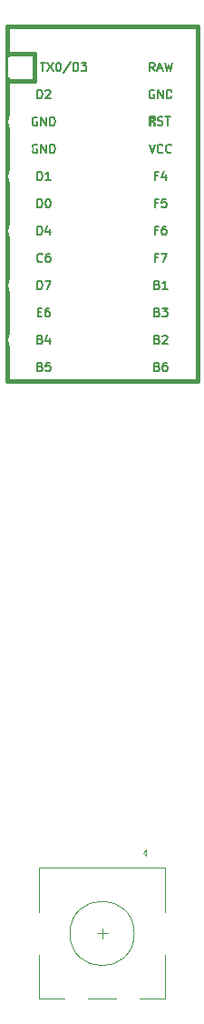
<source format=gto>
G04 #@! TF.GenerationSoftware,KiCad,Pcbnew,(5.1.4)-1*
G04 #@! TF.CreationDate,2020-11-23T22:31:48-05:00*
G04 #@! TF.ProjectId,Knomberpad,4b6e6f6d-6265-4727-9061-642e6b696361,rev?*
G04 #@! TF.SameCoordinates,Original*
G04 #@! TF.FileFunction,Legend,Top*
G04 #@! TF.FilePolarity,Positive*
%FSLAX46Y46*%
G04 Gerber Fmt 4.6, Leading zero omitted, Abs format (unit mm)*
G04 Created by KiCad (PCBNEW (5.1.4)-1) date 2020-11-23 22:31:48*
%MOMM*%
%LPD*%
G04 APERTURE LIST*
%ADD10C,0.381000*%
%ADD11C,0.150000*%
%ADD12C,0.120000*%
%ADD13C,0.010000*%
%ADD14C,3.302000*%
%ADD15C,1.753000*%
%ADD16R,1.753000X1.753000*%
%ADD17C,4.089800*%
%ADD18C,1.852000*%
%ADD19C,3.150000*%
%ADD20C,1.854600*%
%ADD21R,1.854600X1.854600*%
%ADD22C,2.102000*%
%ADD23R,2.102000X3.302000*%
%ADD24R,2.102000X2.102000*%
G04 APERTURE END LIST*
D10*
X43656250Y-41116250D02*
X41116250Y-41116250D01*
X41116250Y-38576250D02*
X41116250Y-41116250D01*
X58896250Y-38576250D02*
X41116250Y-38576250D01*
X58896250Y-41116250D02*
X58896250Y-38576250D01*
D11*
G36*
X54937818Y-47595610D02*
G01*
X54937818Y-47795610D01*
X54837818Y-47795610D01*
X54837818Y-47595610D01*
X54937818Y-47595610D01*
G37*
X54937818Y-47595610D02*
X54937818Y-47795610D01*
X54837818Y-47795610D01*
X54837818Y-47595610D01*
X54937818Y-47595610D01*
G36*
X54537818Y-46995610D02*
G01*
X54537818Y-47795610D01*
X54437818Y-47795610D01*
X54437818Y-46995610D01*
X54537818Y-46995610D01*
G37*
X54537818Y-46995610D02*
X54537818Y-47795610D01*
X54437818Y-47795610D01*
X54437818Y-46995610D01*
X54537818Y-46995610D01*
G36*
X54937818Y-46995610D02*
G01*
X54937818Y-47095610D01*
X54437818Y-47095610D01*
X54437818Y-46995610D01*
X54937818Y-46995610D01*
G37*
X54937818Y-46995610D02*
X54937818Y-47095610D01*
X54437818Y-47095610D01*
X54437818Y-46995610D01*
X54937818Y-46995610D01*
G36*
X54737818Y-47395610D02*
G01*
X54737818Y-47495610D01*
X54637818Y-47495610D01*
X54637818Y-47395610D01*
X54737818Y-47395610D01*
G37*
X54737818Y-47395610D02*
X54737818Y-47495610D01*
X54637818Y-47495610D01*
X54637818Y-47395610D01*
X54737818Y-47395610D01*
G36*
X54937818Y-46995610D02*
G01*
X54937818Y-47295610D01*
X54837818Y-47295610D01*
X54837818Y-46995610D01*
X54937818Y-46995610D01*
G37*
X54937818Y-46995610D02*
X54937818Y-47295610D01*
X54837818Y-47295610D01*
X54837818Y-46995610D01*
X54937818Y-46995610D01*
D10*
X43656250Y-43656250D02*
X41116250Y-43656250D01*
X43656250Y-41116250D02*
X43656250Y-43656250D01*
X58896250Y-71596250D02*
X58896250Y-41116250D01*
X41116250Y-71596250D02*
X58896250Y-71596250D01*
X41116250Y-41116250D02*
X41116250Y-71596250D01*
D12*
X53006250Y-123031250D02*
G75*
G03X53006250Y-123031250I-3000000J0D01*
G01*
X55906250Y-125031250D02*
X55906250Y-129131250D01*
X44106250Y-129131250D02*
X44106250Y-125031250D01*
X44106250Y-121031250D02*
X44106250Y-116931250D01*
X55906250Y-121031250D02*
X55906250Y-116931250D01*
X55906250Y-116931250D02*
X44106250Y-116931250D01*
X53806250Y-115531250D02*
X54106250Y-115231250D01*
X54106250Y-115231250D02*
X54106250Y-115831250D01*
X54106250Y-115831250D02*
X53806250Y-115531250D01*
X55906250Y-129131250D02*
X53506250Y-129131250D01*
X51306250Y-129131250D02*
X48706250Y-129131250D01*
X46506250Y-129131250D02*
X44106250Y-129131250D01*
X50506250Y-123031250D02*
X49506250Y-123031250D01*
X50006250Y-122531250D02*
X50006250Y-123531250D01*
D11*
X44243901Y-41948154D02*
X44701044Y-41948154D01*
X44472473Y-42748154D02*
X44472473Y-41948154D01*
X44891520Y-41948154D02*
X45424854Y-42748154D01*
X45424854Y-41948154D02*
X44891520Y-42748154D01*
X45881997Y-41948154D02*
X45958187Y-41948154D01*
X46034378Y-41986250D01*
X46072473Y-42024345D01*
X46110568Y-42100535D01*
X46148663Y-42252916D01*
X46148663Y-42443392D01*
X46110568Y-42595773D01*
X46072473Y-42671964D01*
X46034378Y-42710059D01*
X45958187Y-42748154D01*
X45881997Y-42748154D01*
X45805806Y-42710059D01*
X45767711Y-42671964D01*
X45729616Y-42595773D01*
X45691520Y-42443392D01*
X45691520Y-42252916D01*
X45729616Y-42100535D01*
X45767711Y-42024345D01*
X45805806Y-41986250D01*
X45881997Y-41948154D01*
X47062949Y-41910059D02*
X46377235Y-42938630D01*
X47329616Y-42748154D02*
X47329616Y-41948154D01*
X47520092Y-41948154D01*
X47634378Y-41986250D01*
X47710568Y-42062440D01*
X47748663Y-42138630D01*
X47786758Y-42291011D01*
X47786758Y-42405297D01*
X47748663Y-42557678D01*
X47710568Y-42633869D01*
X47634378Y-42710059D01*
X47520092Y-42748154D01*
X47329616Y-42748154D01*
X48053425Y-41948154D02*
X48548663Y-41948154D01*
X48281997Y-42252916D01*
X48396282Y-42252916D01*
X48472473Y-42291011D01*
X48510568Y-42329107D01*
X48548663Y-42405297D01*
X48548663Y-42595773D01*
X48510568Y-42671964D01*
X48472473Y-42710059D01*
X48396282Y-42748154D01*
X48167711Y-42748154D01*
X48091520Y-42710059D01*
X48053425Y-42671964D01*
X43954773Y-45288154D02*
X43954773Y-44488154D01*
X44145250Y-44488154D01*
X44259535Y-44526250D01*
X44335726Y-44602440D01*
X44373821Y-44678630D01*
X44411916Y-44831011D01*
X44411916Y-44945297D01*
X44373821Y-45097678D01*
X44335726Y-45173869D01*
X44259535Y-45250059D01*
X44145250Y-45288154D01*
X43954773Y-45288154D01*
X44716678Y-44564345D02*
X44754773Y-44526250D01*
X44830964Y-44488154D01*
X45021440Y-44488154D01*
X45097630Y-44526250D01*
X45135726Y-44564345D01*
X45173821Y-44640535D01*
X45173821Y-44716726D01*
X45135726Y-44831011D01*
X44678583Y-45288154D01*
X45173821Y-45288154D01*
X43954773Y-55448154D02*
X43954773Y-54648154D01*
X44145250Y-54648154D01*
X44259535Y-54686250D01*
X44335726Y-54762440D01*
X44373821Y-54838630D01*
X44411916Y-54991011D01*
X44411916Y-55105297D01*
X44373821Y-55257678D01*
X44335726Y-55333869D01*
X44259535Y-55410059D01*
X44145250Y-55448154D01*
X43954773Y-55448154D01*
X44907154Y-54648154D02*
X44983345Y-54648154D01*
X45059535Y-54686250D01*
X45097630Y-54724345D01*
X45135726Y-54800535D01*
X45173821Y-54952916D01*
X45173821Y-55143392D01*
X45135726Y-55295773D01*
X45097630Y-55371964D01*
X45059535Y-55410059D01*
X44983345Y-55448154D01*
X44907154Y-55448154D01*
X44830964Y-55410059D01*
X44792869Y-55371964D01*
X44754773Y-55295773D01*
X44716678Y-55143392D01*
X44716678Y-54952916D01*
X44754773Y-54800535D01*
X44792869Y-54724345D01*
X44830964Y-54686250D01*
X44907154Y-54648154D01*
X43954773Y-52908154D02*
X43954773Y-52108154D01*
X44145250Y-52108154D01*
X44259535Y-52146250D01*
X44335726Y-52222440D01*
X44373821Y-52298630D01*
X44411916Y-52451011D01*
X44411916Y-52565297D01*
X44373821Y-52717678D01*
X44335726Y-52793869D01*
X44259535Y-52870059D01*
X44145250Y-52908154D01*
X43954773Y-52908154D01*
X45173821Y-52908154D02*
X44716678Y-52908154D01*
X44945250Y-52908154D02*
X44945250Y-52108154D01*
X44869059Y-52222440D01*
X44792869Y-52298630D01*
X44716678Y-52336726D01*
X43935726Y-49606250D02*
X43859535Y-49568154D01*
X43745250Y-49568154D01*
X43630964Y-49606250D01*
X43554773Y-49682440D01*
X43516678Y-49758630D01*
X43478583Y-49911011D01*
X43478583Y-50025297D01*
X43516678Y-50177678D01*
X43554773Y-50253869D01*
X43630964Y-50330059D01*
X43745250Y-50368154D01*
X43821440Y-50368154D01*
X43935726Y-50330059D01*
X43973821Y-50291964D01*
X43973821Y-50025297D01*
X43821440Y-50025297D01*
X44316678Y-50368154D02*
X44316678Y-49568154D01*
X44773821Y-50368154D01*
X44773821Y-49568154D01*
X45154773Y-50368154D02*
X45154773Y-49568154D01*
X45345250Y-49568154D01*
X45459535Y-49606250D01*
X45535726Y-49682440D01*
X45573821Y-49758630D01*
X45611916Y-49911011D01*
X45611916Y-50025297D01*
X45573821Y-50177678D01*
X45535726Y-50253869D01*
X45459535Y-50330059D01*
X45345250Y-50368154D01*
X45154773Y-50368154D01*
X43935726Y-47066250D02*
X43859535Y-47028154D01*
X43745250Y-47028154D01*
X43630964Y-47066250D01*
X43554773Y-47142440D01*
X43516678Y-47218630D01*
X43478583Y-47371011D01*
X43478583Y-47485297D01*
X43516678Y-47637678D01*
X43554773Y-47713869D01*
X43630964Y-47790059D01*
X43745250Y-47828154D01*
X43821440Y-47828154D01*
X43935726Y-47790059D01*
X43973821Y-47751964D01*
X43973821Y-47485297D01*
X43821440Y-47485297D01*
X44316678Y-47828154D02*
X44316678Y-47028154D01*
X44773821Y-47828154D01*
X44773821Y-47028154D01*
X45154773Y-47828154D02*
X45154773Y-47028154D01*
X45345250Y-47028154D01*
X45459535Y-47066250D01*
X45535726Y-47142440D01*
X45573821Y-47218630D01*
X45611916Y-47371011D01*
X45611916Y-47485297D01*
X45573821Y-47637678D01*
X45535726Y-47713869D01*
X45459535Y-47790059D01*
X45345250Y-47828154D01*
X45154773Y-47828154D01*
X43954773Y-57988154D02*
X43954773Y-57188154D01*
X44145250Y-57188154D01*
X44259535Y-57226250D01*
X44335726Y-57302440D01*
X44373821Y-57378630D01*
X44411916Y-57531011D01*
X44411916Y-57645297D01*
X44373821Y-57797678D01*
X44335726Y-57873869D01*
X44259535Y-57950059D01*
X44145250Y-57988154D01*
X43954773Y-57988154D01*
X45097630Y-57454821D02*
X45097630Y-57988154D01*
X44907154Y-57150059D02*
X44716678Y-57721488D01*
X45211916Y-57721488D01*
X44411916Y-60451964D02*
X44373821Y-60490059D01*
X44259535Y-60528154D01*
X44183345Y-60528154D01*
X44069059Y-60490059D01*
X43992869Y-60413869D01*
X43954773Y-60337678D01*
X43916678Y-60185297D01*
X43916678Y-60071011D01*
X43954773Y-59918630D01*
X43992869Y-59842440D01*
X44069059Y-59766250D01*
X44183345Y-59728154D01*
X44259535Y-59728154D01*
X44373821Y-59766250D01*
X44411916Y-59804345D01*
X45097630Y-59728154D02*
X44945250Y-59728154D01*
X44869059Y-59766250D01*
X44830964Y-59804345D01*
X44754773Y-59918630D01*
X44716678Y-60071011D01*
X44716678Y-60375773D01*
X44754773Y-60451964D01*
X44792869Y-60490059D01*
X44869059Y-60528154D01*
X45021440Y-60528154D01*
X45097630Y-60490059D01*
X45135726Y-60451964D01*
X45173821Y-60375773D01*
X45173821Y-60185297D01*
X45135726Y-60109107D01*
X45097630Y-60071011D01*
X45021440Y-60032916D01*
X44869059Y-60032916D01*
X44792869Y-60071011D01*
X44754773Y-60109107D01*
X44716678Y-60185297D01*
X43954773Y-63068154D02*
X43954773Y-62268154D01*
X44145250Y-62268154D01*
X44259535Y-62306250D01*
X44335726Y-62382440D01*
X44373821Y-62458630D01*
X44411916Y-62611011D01*
X44411916Y-62725297D01*
X44373821Y-62877678D01*
X44335726Y-62953869D01*
X44259535Y-63030059D01*
X44145250Y-63068154D01*
X43954773Y-63068154D01*
X44678583Y-62268154D02*
X45211916Y-62268154D01*
X44869059Y-63068154D01*
X43992869Y-65189107D02*
X44259535Y-65189107D01*
X44373821Y-65608154D02*
X43992869Y-65608154D01*
X43992869Y-64808154D01*
X44373821Y-64808154D01*
X45059535Y-64808154D02*
X44907154Y-64808154D01*
X44830964Y-64846250D01*
X44792869Y-64884345D01*
X44716678Y-64998630D01*
X44678583Y-65151011D01*
X44678583Y-65455773D01*
X44716678Y-65531964D01*
X44754773Y-65570059D01*
X44830964Y-65608154D01*
X44983345Y-65608154D01*
X45059535Y-65570059D01*
X45097630Y-65531964D01*
X45135726Y-65455773D01*
X45135726Y-65265297D01*
X45097630Y-65189107D01*
X45059535Y-65151011D01*
X44983345Y-65112916D01*
X44830964Y-65112916D01*
X44754773Y-65151011D01*
X44716678Y-65189107D01*
X44678583Y-65265297D01*
X44221440Y-67729107D02*
X44335726Y-67767202D01*
X44373821Y-67805297D01*
X44411916Y-67881488D01*
X44411916Y-67995773D01*
X44373821Y-68071964D01*
X44335726Y-68110059D01*
X44259535Y-68148154D01*
X43954773Y-68148154D01*
X43954773Y-67348154D01*
X44221440Y-67348154D01*
X44297630Y-67386250D01*
X44335726Y-67424345D01*
X44373821Y-67500535D01*
X44373821Y-67576726D01*
X44335726Y-67652916D01*
X44297630Y-67691011D01*
X44221440Y-67729107D01*
X43954773Y-67729107D01*
X45097630Y-67614821D02*
X45097630Y-68148154D01*
X44907154Y-67310059D02*
X44716678Y-67881488D01*
X45211916Y-67881488D01*
X44221440Y-70269107D02*
X44335726Y-70307202D01*
X44373821Y-70345297D01*
X44411916Y-70421488D01*
X44411916Y-70535773D01*
X44373821Y-70611964D01*
X44335726Y-70650059D01*
X44259535Y-70688154D01*
X43954773Y-70688154D01*
X43954773Y-69888154D01*
X44221440Y-69888154D01*
X44297630Y-69926250D01*
X44335726Y-69964345D01*
X44373821Y-70040535D01*
X44373821Y-70116726D01*
X44335726Y-70192916D01*
X44297630Y-70231011D01*
X44221440Y-70269107D01*
X43954773Y-70269107D01*
X45135726Y-69888154D02*
X44754773Y-69888154D01*
X44716678Y-70269107D01*
X44754773Y-70231011D01*
X44830964Y-70192916D01*
X45021440Y-70192916D01*
X45097630Y-70231011D01*
X45135726Y-70269107D01*
X45173821Y-70345297D01*
X45173821Y-70535773D01*
X45135726Y-70611964D01*
X45097630Y-70650059D01*
X45021440Y-70688154D01*
X44830964Y-70688154D01*
X44754773Y-70650059D01*
X44716678Y-70611964D01*
X55143440Y-70269107D02*
X55257726Y-70307202D01*
X55295821Y-70345297D01*
X55333916Y-70421488D01*
X55333916Y-70535773D01*
X55295821Y-70611964D01*
X55257726Y-70650059D01*
X55181535Y-70688154D01*
X54876773Y-70688154D01*
X54876773Y-69888154D01*
X55143440Y-69888154D01*
X55219630Y-69926250D01*
X55257726Y-69964345D01*
X55295821Y-70040535D01*
X55295821Y-70116726D01*
X55257726Y-70192916D01*
X55219630Y-70231011D01*
X55143440Y-70269107D01*
X54876773Y-70269107D01*
X56019630Y-69888154D02*
X55867250Y-69888154D01*
X55791059Y-69926250D01*
X55752964Y-69964345D01*
X55676773Y-70078630D01*
X55638678Y-70231011D01*
X55638678Y-70535773D01*
X55676773Y-70611964D01*
X55714869Y-70650059D01*
X55791059Y-70688154D01*
X55943440Y-70688154D01*
X56019630Y-70650059D01*
X56057726Y-70611964D01*
X56095821Y-70535773D01*
X56095821Y-70345297D01*
X56057726Y-70269107D01*
X56019630Y-70231011D01*
X55943440Y-70192916D01*
X55791059Y-70192916D01*
X55714869Y-70231011D01*
X55676773Y-70269107D01*
X55638678Y-70345297D01*
X55143440Y-65189107D02*
X55257726Y-65227202D01*
X55295821Y-65265297D01*
X55333916Y-65341488D01*
X55333916Y-65455773D01*
X55295821Y-65531964D01*
X55257726Y-65570059D01*
X55181535Y-65608154D01*
X54876773Y-65608154D01*
X54876773Y-64808154D01*
X55143440Y-64808154D01*
X55219630Y-64846250D01*
X55257726Y-64884345D01*
X55295821Y-64960535D01*
X55295821Y-65036726D01*
X55257726Y-65112916D01*
X55219630Y-65151011D01*
X55143440Y-65189107D01*
X54876773Y-65189107D01*
X55600583Y-64808154D02*
X56095821Y-64808154D01*
X55829154Y-65112916D01*
X55943440Y-65112916D01*
X56019630Y-65151011D01*
X56057726Y-65189107D01*
X56095821Y-65265297D01*
X56095821Y-65455773D01*
X56057726Y-65531964D01*
X56019630Y-65570059D01*
X55943440Y-65608154D01*
X55714869Y-65608154D01*
X55638678Y-65570059D01*
X55600583Y-65531964D01*
X55143440Y-62649107D02*
X55257726Y-62687202D01*
X55295821Y-62725297D01*
X55333916Y-62801488D01*
X55333916Y-62915773D01*
X55295821Y-62991964D01*
X55257726Y-63030059D01*
X55181535Y-63068154D01*
X54876773Y-63068154D01*
X54876773Y-62268154D01*
X55143440Y-62268154D01*
X55219630Y-62306250D01*
X55257726Y-62344345D01*
X55295821Y-62420535D01*
X55295821Y-62496726D01*
X55257726Y-62572916D01*
X55219630Y-62611011D01*
X55143440Y-62649107D01*
X54876773Y-62649107D01*
X56095821Y-63068154D02*
X55638678Y-63068154D01*
X55867250Y-63068154D02*
X55867250Y-62268154D01*
X55791059Y-62382440D01*
X55714869Y-62458630D01*
X55638678Y-62496726D01*
X55200583Y-52489107D02*
X54933916Y-52489107D01*
X54933916Y-52908154D02*
X54933916Y-52108154D01*
X55314869Y-52108154D01*
X55962488Y-52374821D02*
X55962488Y-52908154D01*
X55772011Y-52070059D02*
X55581535Y-52641488D01*
X56076773Y-52641488D01*
X54400583Y-49568154D02*
X54667250Y-50368154D01*
X54933916Y-49568154D01*
X55657726Y-50291964D02*
X55619630Y-50330059D01*
X55505345Y-50368154D01*
X55429154Y-50368154D01*
X55314869Y-50330059D01*
X55238678Y-50253869D01*
X55200583Y-50177678D01*
X55162488Y-50025297D01*
X55162488Y-49911011D01*
X55200583Y-49758630D01*
X55238678Y-49682440D01*
X55314869Y-49606250D01*
X55429154Y-49568154D01*
X55505345Y-49568154D01*
X55619630Y-49606250D01*
X55657726Y-49644345D01*
X56457726Y-50291964D02*
X56419630Y-50330059D01*
X56305345Y-50368154D01*
X56229154Y-50368154D01*
X56114869Y-50330059D01*
X56038678Y-50253869D01*
X56000583Y-50177678D01*
X55962488Y-50025297D01*
X55962488Y-49911011D01*
X56000583Y-49758630D01*
X56038678Y-49682440D01*
X56114869Y-49606250D01*
X56229154Y-49568154D01*
X56305345Y-49568154D01*
X56419630Y-49606250D01*
X56457726Y-49644345D01*
X55206036Y-47760059D02*
X55320322Y-47798154D01*
X55510798Y-47798154D01*
X55586989Y-47760059D01*
X55625084Y-47721964D01*
X55663179Y-47645773D01*
X55663179Y-47569583D01*
X55625084Y-47493392D01*
X55586989Y-47455297D01*
X55510798Y-47417202D01*
X55358417Y-47379107D01*
X55282227Y-47341011D01*
X55244131Y-47302916D01*
X55206036Y-47226726D01*
X55206036Y-47150535D01*
X55244131Y-47074345D01*
X55282227Y-47036250D01*
X55358417Y-46998154D01*
X55548893Y-46998154D01*
X55663179Y-47036250D01*
X55891750Y-46998154D02*
X56348893Y-46998154D01*
X56120322Y-47798154D02*
X56120322Y-46998154D01*
X54857726Y-44526250D02*
X54781535Y-44488154D01*
X54667250Y-44488154D01*
X54552964Y-44526250D01*
X54476773Y-44602440D01*
X54438678Y-44678630D01*
X54400583Y-44831011D01*
X54400583Y-44945297D01*
X54438678Y-45097678D01*
X54476773Y-45173869D01*
X54552964Y-45250059D01*
X54667250Y-45288154D01*
X54743440Y-45288154D01*
X54857726Y-45250059D01*
X54895821Y-45211964D01*
X54895821Y-44945297D01*
X54743440Y-44945297D01*
X55238678Y-45288154D02*
X55238678Y-44488154D01*
X55695821Y-45288154D01*
X55695821Y-44488154D01*
X56076773Y-45288154D02*
X56076773Y-44488154D01*
X56267250Y-44488154D01*
X56381535Y-44526250D01*
X56457726Y-44602440D01*
X56495821Y-44678630D01*
X56533916Y-44831011D01*
X56533916Y-44945297D01*
X56495821Y-45097678D01*
X56457726Y-45173869D01*
X56381535Y-45250059D01*
X56267250Y-45288154D01*
X56076773Y-45288154D01*
X54914869Y-42748154D02*
X54648202Y-42367202D01*
X54457726Y-42748154D02*
X54457726Y-41948154D01*
X54762488Y-41948154D01*
X54838678Y-41986250D01*
X54876773Y-42024345D01*
X54914869Y-42100535D01*
X54914869Y-42214821D01*
X54876773Y-42291011D01*
X54838678Y-42329107D01*
X54762488Y-42367202D01*
X54457726Y-42367202D01*
X55219630Y-42519583D02*
X55600583Y-42519583D01*
X55143440Y-42748154D02*
X55410107Y-41948154D01*
X55676773Y-42748154D01*
X55867250Y-41948154D02*
X56057726Y-42748154D01*
X56210107Y-42176726D01*
X56362488Y-42748154D01*
X56552964Y-41948154D01*
X55200583Y-55029107D02*
X54933916Y-55029107D01*
X54933916Y-55448154D02*
X54933916Y-54648154D01*
X55314869Y-54648154D01*
X56000583Y-54648154D02*
X55619630Y-54648154D01*
X55581535Y-55029107D01*
X55619630Y-54991011D01*
X55695821Y-54952916D01*
X55886297Y-54952916D01*
X55962488Y-54991011D01*
X56000583Y-55029107D01*
X56038678Y-55105297D01*
X56038678Y-55295773D01*
X56000583Y-55371964D01*
X55962488Y-55410059D01*
X55886297Y-55448154D01*
X55695821Y-55448154D01*
X55619630Y-55410059D01*
X55581535Y-55371964D01*
X55200583Y-57569107D02*
X54933916Y-57569107D01*
X54933916Y-57988154D02*
X54933916Y-57188154D01*
X55314869Y-57188154D01*
X55962488Y-57188154D02*
X55810107Y-57188154D01*
X55733916Y-57226250D01*
X55695821Y-57264345D01*
X55619630Y-57378630D01*
X55581535Y-57531011D01*
X55581535Y-57835773D01*
X55619630Y-57911964D01*
X55657726Y-57950059D01*
X55733916Y-57988154D01*
X55886297Y-57988154D01*
X55962488Y-57950059D01*
X56000583Y-57911964D01*
X56038678Y-57835773D01*
X56038678Y-57645297D01*
X56000583Y-57569107D01*
X55962488Y-57531011D01*
X55886297Y-57492916D01*
X55733916Y-57492916D01*
X55657726Y-57531011D01*
X55619630Y-57569107D01*
X55581535Y-57645297D01*
X55200583Y-60109107D02*
X54933916Y-60109107D01*
X54933916Y-60528154D02*
X54933916Y-59728154D01*
X55314869Y-59728154D01*
X55543440Y-59728154D02*
X56076773Y-59728154D01*
X55733916Y-60528154D01*
X55143440Y-67729107D02*
X55257726Y-67767202D01*
X55295821Y-67805297D01*
X55333916Y-67881488D01*
X55333916Y-67995773D01*
X55295821Y-68071964D01*
X55257726Y-68110059D01*
X55181535Y-68148154D01*
X54876773Y-68148154D01*
X54876773Y-67348154D01*
X55143440Y-67348154D01*
X55219630Y-67386250D01*
X55257726Y-67424345D01*
X55295821Y-67500535D01*
X55295821Y-67576726D01*
X55257726Y-67652916D01*
X55219630Y-67691011D01*
X55143440Y-67729107D01*
X54876773Y-67729107D01*
X55638678Y-67424345D02*
X55676773Y-67386250D01*
X55752964Y-67348154D01*
X55943440Y-67348154D01*
X56019630Y-67386250D01*
X56057726Y-67424345D01*
X56095821Y-67500535D01*
X56095821Y-67576726D01*
X56057726Y-67691011D01*
X55600583Y-68148154D01*
X56095821Y-68148154D01*
%LPC*%
D13*
G36*
X54710296Y-73289589D02*
G01*
X54707687Y-73316306D01*
X54687037Y-73369435D01*
X54674892Y-73394584D01*
X54632001Y-73491192D01*
X54582655Y-73621914D01*
X54531092Y-73773684D01*
X54481550Y-73933430D01*
X54438266Y-74088084D01*
X54405479Y-74224578D01*
X54404929Y-74227177D01*
X54365240Y-74452290D01*
X54342518Y-74676884D01*
X54337255Y-74907681D01*
X54349947Y-75151401D01*
X54381088Y-75414766D01*
X54431172Y-75704497D01*
X54500693Y-76027316D01*
X54553357Y-76245357D01*
X54627434Y-76554875D01*
X54685564Y-76827855D01*
X54729360Y-77072837D01*
X54760433Y-77298366D01*
X54770885Y-77397781D01*
X54783725Y-77736129D01*
X54756812Y-78054175D01*
X54690768Y-78349435D01*
X54586217Y-78619425D01*
X54443781Y-78861661D01*
X54383811Y-78941020D01*
X54312201Y-79021993D01*
X54228069Y-79105095D01*
X54140548Y-79182643D01*
X54058773Y-79246954D01*
X53991875Y-79290347D01*
X53950850Y-79305198D01*
X53947167Y-79287930D01*
X53968656Y-79242537D01*
X54002478Y-79190547D01*
X54154922Y-78935766D01*
X54269352Y-78656189D01*
X54344365Y-78358649D01*
X54378557Y-78049981D01*
X54370524Y-77737017D01*
X54342304Y-77536172D01*
X54322553Y-77448633D01*
X54290354Y-77326522D01*
X54248900Y-77181046D01*
X54201389Y-77023414D01*
X54151015Y-76864835D01*
X54150158Y-76862214D01*
X54083050Y-76655517D01*
X54029840Y-76486840D01*
X53988741Y-76348435D01*
X53957964Y-76232554D01*
X53935720Y-76131451D01*
X53920219Y-76037377D01*
X53909674Y-75942585D01*
X53902295Y-75839329D01*
X53898817Y-75773643D01*
X53884029Y-75471262D01*
X53829500Y-75573555D01*
X53761073Y-75735977D01*
X53720444Y-75917196D01*
X53707598Y-76121496D01*
X53722519Y-76353160D01*
X53765191Y-76616469D01*
X53824797Y-76874309D01*
X53885082Y-77115587D01*
X53931089Y-77318232D01*
X53963590Y-77489591D01*
X53983359Y-77637011D01*
X53991170Y-77767839D01*
X53987795Y-77889423D01*
X53974008Y-78009110D01*
X53955133Y-78112654D01*
X53876167Y-78385246D01*
X53754980Y-78656484D01*
X53597345Y-78918905D01*
X53409035Y-79165048D01*
X53195824Y-79387449D01*
X52963484Y-79578647D01*
X52717788Y-79731179D01*
X52693322Y-79743709D01*
X52516706Y-79832436D01*
X52692496Y-79894869D01*
X52920808Y-79968512D01*
X53141401Y-80022788D01*
X53367228Y-80059692D01*
X53611242Y-80081218D01*
X53886397Y-80089361D01*
X53956857Y-80089548D01*
X54441200Y-80068456D01*
X54914894Y-80005762D01*
X55387073Y-79899915D01*
X55778159Y-79780302D01*
X56211721Y-79607761D01*
X56618093Y-79395529D01*
X56995996Y-79144604D01*
X57344148Y-78855980D01*
X57661268Y-78530654D01*
X57946076Y-78169621D01*
X58053370Y-78011262D01*
X58116619Y-77914500D01*
X58171753Y-77831833D01*
X58212692Y-77772262D01*
X58232994Y-77745166D01*
X58240529Y-77759532D01*
X58245321Y-77819639D01*
X58247318Y-77922923D01*
X58246463Y-78066818D01*
X58243211Y-78228976D01*
X58236339Y-78441303D01*
X58226152Y-78616612D01*
X58210623Y-78766247D01*
X58187727Y-78901555D01*
X58155437Y-79033879D01*
X58111727Y-79174566D01*
X58054572Y-79334960D01*
X58037558Y-79380496D01*
X57854599Y-79808657D01*
X57641881Y-80198740D01*
X57398912Y-80551194D01*
X57125203Y-80866463D01*
X56820261Y-81144995D01*
X56483597Y-81387236D01*
X56114719Y-81593632D01*
X55713138Y-81764630D01*
X55278362Y-81900677D01*
X55263143Y-81904653D01*
X55023133Y-81961483D01*
X54789864Y-82004384D01*
X54551775Y-82034597D01*
X54297309Y-82053362D01*
X54014908Y-82061916D01*
X53791122Y-82062472D01*
X53617773Y-82059659D01*
X53436236Y-82053775D01*
X53253392Y-82045333D01*
X53076118Y-82034846D01*
X52911296Y-82022827D01*
X52765804Y-82009789D01*
X52646521Y-81996244D01*
X52560328Y-81982707D01*
X52514104Y-81969689D01*
X52509971Y-81966936D01*
X52518930Y-81953074D01*
X52564192Y-81938750D01*
X52594637Y-81933197D01*
X52686682Y-81918486D01*
X52806416Y-81898070D01*
X52945155Y-81873565D01*
X53094217Y-81846586D01*
X53244918Y-81818748D01*
X53388575Y-81791664D01*
X53516504Y-81766951D01*
X53620023Y-81746223D01*
X53690447Y-81731095D01*
X53714953Y-81724846D01*
X53792865Y-81705133D01*
X53872191Y-81691215D01*
X53907610Y-81686225D01*
X53948306Y-81679100D01*
X54001507Y-81668250D01*
X54074444Y-81652080D01*
X54174348Y-81629000D01*
X54308447Y-81597418D01*
X54440667Y-81566040D01*
X54625334Y-81517238D01*
X54829117Y-81455122D01*
X55038316Y-81384502D01*
X55239232Y-81310186D01*
X55418165Y-81236982D01*
X55542806Y-81179192D01*
X55765325Y-81053790D01*
X55987513Y-80903241D01*
X56199633Y-80735670D01*
X56391947Y-80559202D01*
X56554718Y-80381961D01*
X56650527Y-80254928D01*
X56697529Y-80183109D01*
X56729554Y-80129770D01*
X56740884Y-80104557D01*
X56740133Y-80103738D01*
X56714857Y-80115805D01*
X56661031Y-80147348D01*
X56594652Y-80188788D01*
X56506380Y-80241241D01*
X56385760Y-80307405D01*
X56244623Y-80381275D01*
X56094804Y-80456846D01*
X55948134Y-80528113D01*
X55816446Y-80589072D01*
X55743297Y-80620820D01*
X55543196Y-80698752D01*
X55309130Y-80780622D01*
X55054795Y-80862056D01*
X54793888Y-80938680D01*
X54540105Y-81006120D01*
X54525334Y-81009796D01*
X54342697Y-81053617D01*
X54160079Y-81094242D01*
X53973210Y-81132276D01*
X53777821Y-81168320D01*
X53569642Y-81202977D01*
X53344404Y-81236850D01*
X53097836Y-81270542D01*
X52825669Y-81304655D01*
X52523633Y-81339792D01*
X52187460Y-81376555D01*
X51812878Y-81415547D01*
X51395619Y-81457371D01*
X51259619Y-81470743D01*
X50793579Y-81518400D01*
X50373206Y-81565769D01*
X49995790Y-81613358D01*
X49658623Y-81661673D01*
X49358997Y-81711221D01*
X49094204Y-81762508D01*
X48861536Y-81816041D01*
X48658283Y-81872325D01*
X48481738Y-81931869D01*
X48329192Y-81995178D01*
X48251663Y-82033289D01*
X48111704Y-82120568D01*
X47980058Y-82228077D01*
X47871225Y-82343017D01*
X47820791Y-82413662D01*
X47792401Y-82451770D01*
X47777147Y-82455804D01*
X47776318Y-82450214D01*
X47784412Y-82388910D01*
X47806578Y-82293274D01*
X47839457Y-82174104D01*
X47879691Y-82042203D01*
X47923925Y-81908368D01*
X47968800Y-81783402D01*
X48010959Y-81678103D01*
X48028235Y-81639833D01*
X48104054Y-81489732D01*
X48181249Y-81360156D01*
X48265616Y-81245838D01*
X48362948Y-81141516D01*
X48479041Y-81041922D01*
X48619689Y-80941792D01*
X48790687Y-80835862D01*
X48997830Y-80718867D01*
X49106667Y-80659980D01*
X49255018Y-80580042D01*
X49412997Y-80494140D01*
X49565500Y-80410535D01*
X49697423Y-80337490D01*
X49747714Y-80309329D01*
X49880967Y-80235292D01*
X50036094Y-80150590D01*
X50191953Y-80066701D01*
X50304095Y-80007291D01*
X50613617Y-79843004D01*
X50883494Y-79695224D01*
X51118329Y-79560895D01*
X51322727Y-79436962D01*
X51501292Y-79320369D01*
X51658629Y-79208061D01*
X51799341Y-79096982D01*
X51928032Y-78984077D01*
X52049308Y-78866291D01*
X52095466Y-78818501D01*
X52251547Y-78641274D01*
X52390077Y-78454728D01*
X52512915Y-78254103D01*
X52621922Y-78034639D01*
X52718957Y-77791575D01*
X52805881Y-77520152D01*
X52884554Y-77215608D01*
X52956836Y-76873184D01*
X53024587Y-76488119D01*
X53037380Y-76407964D01*
X53082657Y-76125265D01*
X53123216Y-75883925D01*
X53160329Y-75677294D01*
X53195265Y-75498723D01*
X53229296Y-75341561D01*
X53263693Y-75199160D01*
X53281110Y-75132595D01*
X53398850Y-74762310D01*
X53543768Y-74426069D01*
X53714616Y-74125658D01*
X53910144Y-73862862D01*
X54129105Y-73639466D01*
X54370250Y-73457256D01*
X54509037Y-73376728D01*
X54594577Y-73333878D01*
X54662916Y-73303232D01*
X54703711Y-73289269D01*
X54710296Y-73289589D01*
X54710296Y-73289589D01*
G37*
X54710296Y-73289589D02*
X54707687Y-73316306D01*
X54687037Y-73369435D01*
X54674892Y-73394584D01*
X54632001Y-73491192D01*
X54582655Y-73621914D01*
X54531092Y-73773684D01*
X54481550Y-73933430D01*
X54438266Y-74088084D01*
X54405479Y-74224578D01*
X54404929Y-74227177D01*
X54365240Y-74452290D01*
X54342518Y-74676884D01*
X54337255Y-74907681D01*
X54349947Y-75151401D01*
X54381088Y-75414766D01*
X54431172Y-75704497D01*
X54500693Y-76027316D01*
X54553357Y-76245357D01*
X54627434Y-76554875D01*
X54685564Y-76827855D01*
X54729360Y-77072837D01*
X54760433Y-77298366D01*
X54770885Y-77397781D01*
X54783725Y-77736129D01*
X54756812Y-78054175D01*
X54690768Y-78349435D01*
X54586217Y-78619425D01*
X54443781Y-78861661D01*
X54383811Y-78941020D01*
X54312201Y-79021993D01*
X54228069Y-79105095D01*
X54140548Y-79182643D01*
X54058773Y-79246954D01*
X53991875Y-79290347D01*
X53950850Y-79305198D01*
X53947167Y-79287930D01*
X53968656Y-79242537D01*
X54002478Y-79190547D01*
X54154922Y-78935766D01*
X54269352Y-78656189D01*
X54344365Y-78358649D01*
X54378557Y-78049981D01*
X54370524Y-77737017D01*
X54342304Y-77536172D01*
X54322553Y-77448633D01*
X54290354Y-77326522D01*
X54248900Y-77181046D01*
X54201389Y-77023414D01*
X54151015Y-76864835D01*
X54150158Y-76862214D01*
X54083050Y-76655517D01*
X54029840Y-76486840D01*
X53988741Y-76348435D01*
X53957964Y-76232554D01*
X53935720Y-76131451D01*
X53920219Y-76037377D01*
X53909674Y-75942585D01*
X53902295Y-75839329D01*
X53898817Y-75773643D01*
X53884029Y-75471262D01*
X53829500Y-75573555D01*
X53761073Y-75735977D01*
X53720444Y-75917196D01*
X53707598Y-76121496D01*
X53722519Y-76353160D01*
X53765191Y-76616469D01*
X53824797Y-76874309D01*
X53885082Y-77115587D01*
X53931089Y-77318232D01*
X53963590Y-77489591D01*
X53983359Y-77637011D01*
X53991170Y-77767839D01*
X53987795Y-77889423D01*
X53974008Y-78009110D01*
X53955133Y-78112654D01*
X53876167Y-78385246D01*
X53754980Y-78656484D01*
X53597345Y-78918905D01*
X53409035Y-79165048D01*
X53195824Y-79387449D01*
X52963484Y-79578647D01*
X52717788Y-79731179D01*
X52693322Y-79743709D01*
X52516706Y-79832436D01*
X52692496Y-79894869D01*
X52920808Y-79968512D01*
X53141401Y-80022788D01*
X53367228Y-80059692D01*
X53611242Y-80081218D01*
X53886397Y-80089361D01*
X53956857Y-80089548D01*
X54441200Y-80068456D01*
X54914894Y-80005762D01*
X55387073Y-79899915D01*
X55778159Y-79780302D01*
X56211721Y-79607761D01*
X56618093Y-79395529D01*
X56995996Y-79144604D01*
X57344148Y-78855980D01*
X57661268Y-78530654D01*
X57946076Y-78169621D01*
X58053370Y-78011262D01*
X58116619Y-77914500D01*
X58171753Y-77831833D01*
X58212692Y-77772262D01*
X58232994Y-77745166D01*
X58240529Y-77759532D01*
X58245321Y-77819639D01*
X58247318Y-77922923D01*
X58246463Y-78066818D01*
X58243211Y-78228976D01*
X58236339Y-78441303D01*
X58226152Y-78616612D01*
X58210623Y-78766247D01*
X58187727Y-78901555D01*
X58155437Y-79033879D01*
X58111727Y-79174566D01*
X58054572Y-79334960D01*
X58037558Y-79380496D01*
X57854599Y-79808657D01*
X57641881Y-80198740D01*
X57398912Y-80551194D01*
X57125203Y-80866463D01*
X56820261Y-81144995D01*
X56483597Y-81387236D01*
X56114719Y-81593632D01*
X55713138Y-81764630D01*
X55278362Y-81900677D01*
X55263143Y-81904653D01*
X55023133Y-81961483D01*
X54789864Y-82004384D01*
X54551775Y-82034597D01*
X54297309Y-82053362D01*
X54014908Y-82061916D01*
X53791122Y-82062472D01*
X53617773Y-82059659D01*
X53436236Y-82053775D01*
X53253392Y-82045333D01*
X53076118Y-82034846D01*
X52911296Y-82022827D01*
X52765804Y-82009789D01*
X52646521Y-81996244D01*
X52560328Y-81982707D01*
X52514104Y-81969689D01*
X52509971Y-81966936D01*
X52518930Y-81953074D01*
X52564192Y-81938750D01*
X52594637Y-81933197D01*
X52686682Y-81918486D01*
X52806416Y-81898070D01*
X52945155Y-81873565D01*
X53094217Y-81846586D01*
X53244918Y-81818748D01*
X53388575Y-81791664D01*
X53516504Y-81766951D01*
X53620023Y-81746223D01*
X53690447Y-81731095D01*
X53714953Y-81724846D01*
X53792865Y-81705133D01*
X53872191Y-81691215D01*
X53907610Y-81686225D01*
X53948306Y-81679100D01*
X54001507Y-81668250D01*
X54074444Y-81652080D01*
X54174348Y-81629000D01*
X54308447Y-81597418D01*
X54440667Y-81566040D01*
X54625334Y-81517238D01*
X54829117Y-81455122D01*
X55038316Y-81384502D01*
X55239232Y-81310186D01*
X55418165Y-81236982D01*
X55542806Y-81179192D01*
X55765325Y-81053790D01*
X55987513Y-80903241D01*
X56199633Y-80735670D01*
X56391947Y-80559202D01*
X56554718Y-80381961D01*
X56650527Y-80254928D01*
X56697529Y-80183109D01*
X56729554Y-80129770D01*
X56740884Y-80104557D01*
X56740133Y-80103738D01*
X56714857Y-80115805D01*
X56661031Y-80147348D01*
X56594652Y-80188788D01*
X56506380Y-80241241D01*
X56385760Y-80307405D01*
X56244623Y-80381275D01*
X56094804Y-80456846D01*
X55948134Y-80528113D01*
X55816446Y-80589072D01*
X55743297Y-80620820D01*
X55543196Y-80698752D01*
X55309130Y-80780622D01*
X55054795Y-80862056D01*
X54793888Y-80938680D01*
X54540105Y-81006120D01*
X54525334Y-81009796D01*
X54342697Y-81053617D01*
X54160079Y-81094242D01*
X53973210Y-81132276D01*
X53777821Y-81168320D01*
X53569642Y-81202977D01*
X53344404Y-81236850D01*
X53097836Y-81270542D01*
X52825669Y-81304655D01*
X52523633Y-81339792D01*
X52187460Y-81376555D01*
X51812878Y-81415547D01*
X51395619Y-81457371D01*
X51259619Y-81470743D01*
X50793579Y-81518400D01*
X50373206Y-81565769D01*
X49995790Y-81613358D01*
X49658623Y-81661673D01*
X49358997Y-81711221D01*
X49094204Y-81762508D01*
X48861536Y-81816041D01*
X48658283Y-81872325D01*
X48481738Y-81931869D01*
X48329192Y-81995178D01*
X48251663Y-82033289D01*
X48111704Y-82120568D01*
X47980058Y-82228077D01*
X47871225Y-82343017D01*
X47820791Y-82413662D01*
X47792401Y-82451770D01*
X47777147Y-82455804D01*
X47776318Y-82450214D01*
X47784412Y-82388910D01*
X47806578Y-82293274D01*
X47839457Y-82174104D01*
X47879691Y-82042203D01*
X47923925Y-81908368D01*
X47968800Y-81783402D01*
X48010959Y-81678103D01*
X48028235Y-81639833D01*
X48104054Y-81489732D01*
X48181249Y-81360156D01*
X48265616Y-81245838D01*
X48362948Y-81141516D01*
X48479041Y-81041922D01*
X48619689Y-80941792D01*
X48790687Y-80835862D01*
X48997830Y-80718867D01*
X49106667Y-80659980D01*
X49255018Y-80580042D01*
X49412997Y-80494140D01*
X49565500Y-80410535D01*
X49697423Y-80337490D01*
X49747714Y-80309329D01*
X49880967Y-80235292D01*
X50036094Y-80150590D01*
X50191953Y-80066701D01*
X50304095Y-80007291D01*
X50613617Y-79843004D01*
X50883494Y-79695224D01*
X51118329Y-79560895D01*
X51322727Y-79436962D01*
X51501292Y-79320369D01*
X51658629Y-79208061D01*
X51799341Y-79096982D01*
X51928032Y-78984077D01*
X52049308Y-78866291D01*
X52095466Y-78818501D01*
X52251547Y-78641274D01*
X52390077Y-78454728D01*
X52512915Y-78254103D01*
X52621922Y-78034639D01*
X52718957Y-77791575D01*
X52805881Y-77520152D01*
X52884554Y-77215608D01*
X52956836Y-76873184D01*
X53024587Y-76488119D01*
X53037380Y-76407964D01*
X53082657Y-76125265D01*
X53123216Y-75883925D01*
X53160329Y-75677294D01*
X53195265Y-75498723D01*
X53229296Y-75341561D01*
X53263693Y-75199160D01*
X53281110Y-75132595D01*
X53398850Y-74762310D01*
X53543768Y-74426069D01*
X53714616Y-74125658D01*
X53910144Y-73862862D01*
X54129105Y-73639466D01*
X54370250Y-73457256D01*
X54509037Y-73376728D01*
X54594577Y-73333878D01*
X54662916Y-73303232D01*
X54703711Y-73289269D01*
X54710296Y-73289589D01*
G36*
X43514919Y-86227438D02*
G01*
X43541293Y-86228824D01*
X43737512Y-86259446D01*
X43916828Y-86329559D01*
X44086150Y-86442482D01*
X44197680Y-86543977D01*
X44322645Y-86696124D01*
X44441362Y-86893976D01*
X44552650Y-87135125D01*
X44655328Y-87417160D01*
X44704712Y-87578434D01*
X44741593Y-87700408D01*
X44791442Y-87856845D01*
X44850614Y-88036769D01*
X44915467Y-88229204D01*
X44982356Y-88423173D01*
X45029920Y-88558148D01*
X45110782Y-88786082D01*
X45176154Y-88972492D01*
X45227234Y-89121264D01*
X45265221Y-89236285D01*
X45291313Y-89321443D01*
X45306709Y-89380625D01*
X45312606Y-89417718D01*
X45310203Y-89436608D01*
X45302183Y-89441262D01*
X45256500Y-89425699D01*
X45187376Y-89384455D01*
X45105942Y-89325698D01*
X45023325Y-89257594D01*
X44950655Y-89188311D01*
X44936101Y-89172606D01*
X44796026Y-88999582D01*
X44670025Y-88805927D01*
X44555187Y-88585658D01*
X44448601Y-88332792D01*
X44347357Y-88041347D01*
X44284246Y-87832595D01*
X44249418Y-87711643D01*
X44246900Y-87847569D01*
X44258637Y-88051591D01*
X44298513Y-88278817D01*
X44363072Y-88515810D01*
X44448860Y-88749131D01*
X44516628Y-88896976D01*
X44629994Y-89096652D01*
X44772678Y-89306327D01*
X44933085Y-89510176D01*
X45098784Y-89691536D01*
X45179032Y-89773238D01*
X45244184Y-89841875D01*
X45288013Y-89890715D01*
X45304294Y-89913025D01*
X45304146Y-89913561D01*
X45276013Y-89914756D01*
X45213219Y-89906539D01*
X45128003Y-89891369D01*
X45032605Y-89871704D01*
X44939265Y-89850003D01*
X44860223Y-89828726D01*
X44825157Y-89817333D01*
X44740192Y-89781908D01*
X44642247Y-89734573D01*
X44589300Y-89706161D01*
X44522983Y-89672740D01*
X44476965Y-89657203D01*
X44462095Y-89661500D01*
X44479904Y-89695770D01*
X44528388Y-89752994D01*
X44600135Y-89826293D01*
X44687736Y-89908785D01*
X44783777Y-89993592D01*
X44880847Y-90073833D01*
X44971535Y-90142628D01*
X45006381Y-90166749D01*
X45171354Y-90290583D01*
X45344061Y-90444116D01*
X45510806Y-90613673D01*
X45657892Y-90785578D01*
X45743941Y-90903143D01*
X45888203Y-91144908D01*
X46019265Y-91416444D01*
X46128460Y-91699352D01*
X46149397Y-91763547D01*
X46197715Y-91923663D01*
X46227972Y-92040274D01*
X46240149Y-92114769D01*
X46234230Y-92148533D01*
X46210197Y-92142953D01*
X46168031Y-92099416D01*
X46145484Y-92070898D01*
X46108683Y-92026396D01*
X46062917Y-91978949D01*
X46004669Y-91925921D01*
X45930421Y-91864673D01*
X45836655Y-91792567D01*
X45719853Y-91706965D01*
X45576498Y-91605230D01*
X45403072Y-91484723D01*
X45196057Y-91342807D01*
X44965355Y-91185941D01*
X44777945Y-91056539D01*
X44610412Y-90936239D01*
X44467402Y-90828596D01*
X44353564Y-90737167D01*
X44273545Y-90665508D01*
X44244339Y-90634258D01*
X44116739Y-90473018D01*
X44018951Y-90331382D01*
X43944295Y-90197189D01*
X43886093Y-90058280D01*
X43837664Y-89902491D01*
X43833108Y-89885543D01*
X43800700Y-89724271D01*
X43778267Y-89529482D01*
X43766531Y-89315146D01*
X43766212Y-89095235D01*
X43778032Y-88883717D01*
X43780190Y-88860690D01*
X43791299Y-88747730D01*
X43805729Y-88601547D01*
X43822005Y-88437064D01*
X43838651Y-88269201D01*
X43847994Y-88175156D01*
X43864165Y-88002531D01*
X43874209Y-87864442D01*
X43878401Y-87747470D01*
X43877018Y-87638196D01*
X43870334Y-87523199D01*
X43863125Y-87437346D01*
X43819145Y-87129800D01*
X43746479Y-86858233D01*
X43645576Y-86623837D01*
X43516887Y-86427805D01*
X43456591Y-86359209D01*
X43401248Y-86299317D01*
X43362514Y-86253323D01*
X43349334Y-86232491D01*
X43371548Y-86226896D01*
X43430560Y-86225139D01*
X43514919Y-86227438D01*
X43514919Y-86227438D01*
G37*
X43514919Y-86227438D02*
X43541293Y-86228824D01*
X43737512Y-86259446D01*
X43916828Y-86329559D01*
X44086150Y-86442482D01*
X44197680Y-86543977D01*
X44322645Y-86696124D01*
X44441362Y-86893976D01*
X44552650Y-87135125D01*
X44655328Y-87417160D01*
X44704712Y-87578434D01*
X44741593Y-87700408D01*
X44791442Y-87856845D01*
X44850614Y-88036769D01*
X44915467Y-88229204D01*
X44982356Y-88423173D01*
X45029920Y-88558148D01*
X45110782Y-88786082D01*
X45176154Y-88972492D01*
X45227234Y-89121264D01*
X45265221Y-89236285D01*
X45291313Y-89321443D01*
X45306709Y-89380625D01*
X45312606Y-89417718D01*
X45310203Y-89436608D01*
X45302183Y-89441262D01*
X45256500Y-89425699D01*
X45187376Y-89384455D01*
X45105942Y-89325698D01*
X45023325Y-89257594D01*
X44950655Y-89188311D01*
X44936101Y-89172606D01*
X44796026Y-88999582D01*
X44670025Y-88805927D01*
X44555187Y-88585658D01*
X44448601Y-88332792D01*
X44347357Y-88041347D01*
X44284246Y-87832595D01*
X44249418Y-87711643D01*
X44246900Y-87847569D01*
X44258637Y-88051591D01*
X44298513Y-88278817D01*
X44363072Y-88515810D01*
X44448860Y-88749131D01*
X44516628Y-88896976D01*
X44629994Y-89096652D01*
X44772678Y-89306327D01*
X44933085Y-89510176D01*
X45098784Y-89691536D01*
X45179032Y-89773238D01*
X45244184Y-89841875D01*
X45288013Y-89890715D01*
X45304294Y-89913025D01*
X45304146Y-89913561D01*
X45276013Y-89914756D01*
X45213219Y-89906539D01*
X45128003Y-89891369D01*
X45032605Y-89871704D01*
X44939265Y-89850003D01*
X44860223Y-89828726D01*
X44825157Y-89817333D01*
X44740192Y-89781908D01*
X44642247Y-89734573D01*
X44589300Y-89706161D01*
X44522983Y-89672740D01*
X44476965Y-89657203D01*
X44462095Y-89661500D01*
X44479904Y-89695770D01*
X44528388Y-89752994D01*
X44600135Y-89826293D01*
X44687736Y-89908785D01*
X44783777Y-89993592D01*
X44880847Y-90073833D01*
X44971535Y-90142628D01*
X45006381Y-90166749D01*
X45171354Y-90290583D01*
X45344061Y-90444116D01*
X45510806Y-90613673D01*
X45657892Y-90785578D01*
X45743941Y-90903143D01*
X45888203Y-91144908D01*
X46019265Y-91416444D01*
X46128460Y-91699352D01*
X46149397Y-91763547D01*
X46197715Y-91923663D01*
X46227972Y-92040274D01*
X46240149Y-92114769D01*
X46234230Y-92148533D01*
X46210197Y-92142953D01*
X46168031Y-92099416D01*
X46145484Y-92070898D01*
X46108683Y-92026396D01*
X46062917Y-91978949D01*
X46004669Y-91925921D01*
X45930421Y-91864673D01*
X45836655Y-91792567D01*
X45719853Y-91706965D01*
X45576498Y-91605230D01*
X45403072Y-91484723D01*
X45196057Y-91342807D01*
X44965355Y-91185941D01*
X44777945Y-91056539D01*
X44610412Y-90936239D01*
X44467402Y-90828596D01*
X44353564Y-90737167D01*
X44273545Y-90665508D01*
X44244339Y-90634258D01*
X44116739Y-90473018D01*
X44018951Y-90331382D01*
X43944295Y-90197189D01*
X43886093Y-90058280D01*
X43837664Y-89902491D01*
X43833108Y-89885543D01*
X43800700Y-89724271D01*
X43778267Y-89529482D01*
X43766531Y-89315146D01*
X43766212Y-89095235D01*
X43778032Y-88883717D01*
X43780190Y-88860690D01*
X43791299Y-88747730D01*
X43805729Y-88601547D01*
X43822005Y-88437064D01*
X43838651Y-88269201D01*
X43847994Y-88175156D01*
X43864165Y-88002531D01*
X43874209Y-87864442D01*
X43878401Y-87747470D01*
X43877018Y-87638196D01*
X43870334Y-87523199D01*
X43863125Y-87437346D01*
X43819145Y-87129800D01*
X43746479Y-86858233D01*
X43645576Y-86623837D01*
X43516887Y-86427805D01*
X43456591Y-86359209D01*
X43401248Y-86299317D01*
X43362514Y-86253323D01*
X43349334Y-86232491D01*
X43371548Y-86226896D01*
X43430560Y-86225139D01*
X43514919Y-86227438D01*
G36*
X54576095Y-88780274D02*
G01*
X54781778Y-88831654D01*
X54967924Y-88921583D01*
X55143119Y-89053573D01*
X55213803Y-89120691D01*
X55362763Y-89292672D01*
X55488712Y-89487597D01*
X55592395Y-89708464D01*
X55674561Y-89958273D01*
X55735955Y-90240022D01*
X55777323Y-90556710D01*
X55799413Y-90911336D01*
X55802971Y-91306898D01*
X55799487Y-91473262D01*
X55793940Y-91637541D01*
X55787022Y-91794921D01*
X55779286Y-91935569D01*
X55771286Y-92049655D01*
X55763577Y-92127347D01*
X55761988Y-92138500D01*
X55752171Y-92214290D01*
X55740360Y-92325712D01*
X55727774Y-92460122D01*
X55715636Y-92604877D01*
X55710595Y-92670690D01*
X55699647Y-92810648D01*
X55688405Y-92940893D01*
X55677890Y-93050483D01*
X55669125Y-93128478D01*
X55665573Y-93153054D01*
X55649232Y-93248370D01*
X55562601Y-93104673D01*
X55514857Y-93026030D01*
X55450359Y-92920542D01*
X55377852Y-92802483D01*
X55311496Y-92694881D01*
X55100150Y-92349673D01*
X54912709Y-92035928D01*
X54744914Y-91745774D01*
X54592503Y-91471335D01*
X54451214Y-91204740D01*
X54316789Y-90938115D01*
X54184964Y-90663587D01*
X54051480Y-90373281D01*
X54033578Y-90333515D01*
X53966341Y-90185209D01*
X53892864Y-90025413D01*
X53821219Y-89871553D01*
X53759479Y-89741052D01*
X53749109Y-89719452D01*
X53668227Y-89534940D01*
X53619803Y-89380567D01*
X53603959Y-89250486D01*
X53620817Y-89138849D01*
X53670498Y-89039809D01*
X53753125Y-88947519D01*
X53765398Y-88936498D01*
X53879201Y-88855569D01*
X54010108Y-88801722D01*
X54167544Y-88772139D01*
X54342292Y-88763928D01*
X54576095Y-88780274D01*
X54576095Y-88780274D01*
G37*
X54576095Y-88780274D02*
X54781778Y-88831654D01*
X54967924Y-88921583D01*
X55143119Y-89053573D01*
X55213803Y-89120691D01*
X55362763Y-89292672D01*
X55488712Y-89487597D01*
X55592395Y-89708464D01*
X55674561Y-89958273D01*
X55735955Y-90240022D01*
X55777323Y-90556710D01*
X55799413Y-90911336D01*
X55802971Y-91306898D01*
X55799487Y-91473262D01*
X55793940Y-91637541D01*
X55787022Y-91794921D01*
X55779286Y-91935569D01*
X55771286Y-92049655D01*
X55763577Y-92127347D01*
X55761988Y-92138500D01*
X55752171Y-92214290D01*
X55740360Y-92325712D01*
X55727774Y-92460122D01*
X55715636Y-92604877D01*
X55710595Y-92670690D01*
X55699647Y-92810648D01*
X55688405Y-92940893D01*
X55677890Y-93050483D01*
X55669125Y-93128478D01*
X55665573Y-93153054D01*
X55649232Y-93248370D01*
X55562601Y-93104673D01*
X55514857Y-93026030D01*
X55450359Y-92920542D01*
X55377852Y-92802483D01*
X55311496Y-92694881D01*
X55100150Y-92349673D01*
X54912709Y-92035928D01*
X54744914Y-91745774D01*
X54592503Y-91471335D01*
X54451214Y-91204740D01*
X54316789Y-90938115D01*
X54184964Y-90663587D01*
X54051480Y-90373281D01*
X54033578Y-90333515D01*
X53966341Y-90185209D01*
X53892864Y-90025413D01*
X53821219Y-89871553D01*
X53759479Y-89741052D01*
X53749109Y-89719452D01*
X53668227Y-89534940D01*
X53619803Y-89380567D01*
X53603959Y-89250486D01*
X53620817Y-89138849D01*
X53670498Y-89039809D01*
X53753125Y-88947519D01*
X53765398Y-88936498D01*
X53879201Y-88855569D01*
X54010108Y-88801722D01*
X54167544Y-88772139D01*
X54342292Y-88763928D01*
X54576095Y-88780274D01*
G36*
X46046410Y-94438638D02*
G01*
X46175657Y-94449583D01*
X46276898Y-94468970D01*
X46309573Y-94480387D01*
X46377870Y-94506282D01*
X46432533Y-94520404D01*
X46442621Y-94521281D01*
X46488635Y-94533030D01*
X46567630Y-94565547D01*
X46671063Y-94614773D01*
X46790388Y-94676652D01*
X46911599Y-94743985D01*
X46958382Y-94771030D01*
X47002576Y-94797377D01*
X47046546Y-94825005D01*
X47092654Y-94855891D01*
X47143264Y-94892012D01*
X47200740Y-94935348D01*
X47267445Y-94987875D01*
X47345742Y-95051571D01*
X47437996Y-95128415D01*
X47546569Y-95220383D01*
X47673825Y-95329455D01*
X47822128Y-95457607D01*
X47993841Y-95606818D01*
X48191328Y-95779065D01*
X48416952Y-95976326D01*
X48673076Y-96200579D01*
X48962065Y-96453801D01*
X49114334Y-96587260D01*
X49295220Y-96746191D01*
X49464593Y-96895753D01*
X49619046Y-97032884D01*
X49755169Y-97154523D01*
X49869555Y-97257609D01*
X49958796Y-97339079D01*
X50019483Y-97395872D01*
X50048210Y-97424926D01*
X50050095Y-97427879D01*
X50033103Y-97447241D01*
X50002476Y-97440684D01*
X49999540Y-97438071D01*
X49973864Y-97431796D01*
X49906675Y-97419307D01*
X49804291Y-97401669D01*
X49673028Y-97379946D01*
X49519204Y-97355201D01*
X49349137Y-97328500D01*
X49348413Y-97328388D01*
X49019229Y-97276446D01*
X48732304Y-97229108D01*
X48481870Y-97185138D01*
X48262161Y-97143300D01*
X48067408Y-97102356D01*
X47891843Y-97061072D01*
X47729699Y-97018211D01*
X47575207Y-96972536D01*
X47422601Y-96922811D01*
X47367156Y-96903731D01*
X46987564Y-96750365D01*
X46640179Y-96566668D01*
X46327188Y-96354307D01*
X46050778Y-96114954D01*
X45813136Y-95850276D01*
X45622418Y-95572077D01*
X45494295Y-95331414D01*
X45403347Y-95101937D01*
X45344730Y-94870844D01*
X45334460Y-94810666D01*
X45321653Y-94692429D01*
X45330317Y-94609739D01*
X45366188Y-94552395D01*
X45434998Y-94510193D01*
X45520571Y-94479563D01*
X45626235Y-94456597D01*
X45758137Y-94442131D01*
X45902716Y-94436149D01*
X46046410Y-94438638D01*
X46046410Y-94438638D01*
G37*
X46046410Y-94438638D02*
X46175657Y-94449583D01*
X46276898Y-94468970D01*
X46309573Y-94480387D01*
X46377870Y-94506282D01*
X46432533Y-94520404D01*
X46442621Y-94521281D01*
X46488635Y-94533030D01*
X46567630Y-94565547D01*
X46671063Y-94614773D01*
X46790388Y-94676652D01*
X46911599Y-94743985D01*
X46958382Y-94771030D01*
X47002576Y-94797377D01*
X47046546Y-94825005D01*
X47092654Y-94855891D01*
X47143264Y-94892012D01*
X47200740Y-94935348D01*
X47267445Y-94987875D01*
X47345742Y-95051571D01*
X47437996Y-95128415D01*
X47546569Y-95220383D01*
X47673825Y-95329455D01*
X47822128Y-95457607D01*
X47993841Y-95606818D01*
X48191328Y-95779065D01*
X48416952Y-95976326D01*
X48673076Y-96200579D01*
X48962065Y-96453801D01*
X49114334Y-96587260D01*
X49295220Y-96746191D01*
X49464593Y-96895753D01*
X49619046Y-97032884D01*
X49755169Y-97154523D01*
X49869555Y-97257609D01*
X49958796Y-97339079D01*
X50019483Y-97395872D01*
X50048210Y-97424926D01*
X50050095Y-97427879D01*
X50033103Y-97447241D01*
X50002476Y-97440684D01*
X49999540Y-97438071D01*
X49973864Y-97431796D01*
X49906675Y-97419307D01*
X49804291Y-97401669D01*
X49673028Y-97379946D01*
X49519204Y-97355201D01*
X49349137Y-97328500D01*
X49348413Y-97328388D01*
X49019229Y-97276446D01*
X48732304Y-97229108D01*
X48481870Y-97185138D01*
X48262161Y-97143300D01*
X48067408Y-97102356D01*
X47891843Y-97061072D01*
X47729699Y-97018211D01*
X47575207Y-96972536D01*
X47422601Y-96922811D01*
X47367156Y-96903731D01*
X46987564Y-96750365D01*
X46640179Y-96566668D01*
X46327188Y-96354307D01*
X46050778Y-96114954D01*
X45813136Y-95850276D01*
X45622418Y-95572077D01*
X45494295Y-95331414D01*
X45403347Y-95101937D01*
X45344730Y-94870844D01*
X45334460Y-94810666D01*
X45321653Y-94692429D01*
X45330317Y-94609739D01*
X45366188Y-94552395D01*
X45434998Y-94510193D01*
X45520571Y-94479563D01*
X45626235Y-94456597D01*
X45758137Y-94442131D01*
X45902716Y-94436149D01*
X46046410Y-94438638D01*
G36*
X50289761Y-78942647D02*
G01*
X50389274Y-78945908D01*
X50449905Y-78952721D01*
X50451978Y-78953216D01*
X50474107Y-78961329D01*
X50478318Y-78973150D01*
X50459807Y-78992104D01*
X50413773Y-79021615D01*
X50335413Y-79065109D01*
X50219925Y-79126011D01*
X50182076Y-79145716D01*
X49879431Y-79309358D01*
X49572613Y-79487036D01*
X49270729Y-79672903D01*
X48982882Y-79861112D01*
X48718179Y-80045814D01*
X48485726Y-80221164D01*
X48402219Y-80288696D01*
X48241026Y-80430553D01*
X48086248Y-80582364D01*
X47945933Y-80735269D01*
X47828128Y-80880410D01*
X47740881Y-81008928D01*
X47728868Y-81029928D01*
X47639098Y-81218038D01*
X47555842Y-81441906D01*
X47483107Y-81688974D01*
X47424900Y-81946683D01*
X47410093Y-82028779D01*
X47380651Y-82255983D01*
X47362042Y-82515061D01*
X47354369Y-82790709D01*
X47357736Y-83067626D01*
X47372247Y-83330508D01*
X47398004Y-83564052D01*
X47399648Y-83575071D01*
X47423542Y-83715803D01*
X47454705Y-83874278D01*
X47490643Y-84039985D01*
X47528859Y-84202413D01*
X47566859Y-84351053D01*
X47602148Y-84475393D01*
X47632231Y-84564923D01*
X47637993Y-84579116D01*
X47674089Y-84663643D01*
X47667521Y-84542690D01*
X47666198Y-84446336D01*
X47669772Y-84313633D01*
X47677460Y-84156277D01*
X47688481Y-83985967D01*
X47702051Y-83814398D01*
X47717386Y-83653269D01*
X47733705Y-83514276D01*
X47738792Y-83477850D01*
X47777705Y-83255951D01*
X47823647Y-83080015D01*
X47878406Y-82947907D01*
X47943769Y-82857493D01*
X48021521Y-82806640D01*
X48113451Y-82793213D01*
X48221344Y-82815079D01*
X48276159Y-82836113D01*
X48397706Y-82908059D01*
X48517181Y-83013269D01*
X48620790Y-83138064D01*
X48679847Y-83236404D01*
X48727587Y-83357734D01*
X48772072Y-83518977D01*
X48812181Y-83711714D01*
X48846791Y-83927524D01*
X48874779Y-84157988D01*
X48895023Y-84394684D01*
X48906399Y-84629194D01*
X48907786Y-84853096D01*
X48905614Y-84929738D01*
X48897453Y-85097328D01*
X48885694Y-85250354D01*
X48868789Y-85396893D01*
X48845193Y-85545024D01*
X48813360Y-85702825D01*
X48771743Y-85878374D01*
X48718796Y-86079749D01*
X48652973Y-86315028D01*
X48615573Y-86445061D01*
X48605432Y-86486929D01*
X48605711Y-86523186D01*
X48620667Y-86564207D01*
X48654559Y-86620371D01*
X48711643Y-86702053D01*
X48733466Y-86732446D01*
X49014533Y-87100152D01*
X49316672Y-87449689D01*
X49645788Y-87786930D01*
X50007783Y-88117747D01*
X50408563Y-88448014D01*
X50627315Y-88616262D01*
X50767775Y-88723197D01*
X50914956Y-88837282D01*
X51056870Y-88949087D01*
X51181532Y-89049184D01*
X51261382Y-89114999D01*
X51375969Y-89206744D01*
X51515729Y-89311882D01*
X51664525Y-89418623D01*
X51806220Y-89515176D01*
X51833022Y-89532703D01*
X52131659Y-89728389D01*
X52393988Y-89905172D01*
X52625983Y-90067667D01*
X52833617Y-90220489D01*
X53022863Y-90368252D01*
X53199693Y-90515573D01*
X53370081Y-90667066D01*
X53539998Y-90827347D01*
X53655584Y-90940982D01*
X54002619Y-91308378D01*
X54321349Y-91691536D01*
X54614446Y-92094994D01*
X54884579Y-92523292D01*
X55134417Y-92980970D01*
X55366632Y-93472567D01*
X55583894Y-94002623D01*
X55782785Y-94557547D01*
X55849553Y-94758512D01*
X55911480Y-94949658D01*
X55966997Y-95125754D01*
X56014537Y-95281568D01*
X56052532Y-95411870D01*
X56079412Y-95511428D01*
X56093611Y-95575011D01*
X56094393Y-95597028D01*
X56065586Y-95598890D01*
X56010282Y-95587950D01*
X55999350Y-95584911D01*
X55864966Y-95569541D01*
X55731525Y-95596334D01*
X55606885Y-95659570D01*
X55498900Y-95753528D01*
X55415425Y-95872485D01*
X55364316Y-96010722D01*
X55356762Y-96052922D01*
X55358577Y-96206999D01*
X55403221Y-96351681D01*
X55485189Y-96479762D01*
X55598979Y-96584034D01*
X55739087Y-96657291D01*
X55838964Y-96684378D01*
X55957054Y-96685575D01*
X56085958Y-96654553D01*
X56206885Y-96597361D01*
X56279146Y-96542731D01*
X56333022Y-96498509D01*
X56368000Y-96483106D01*
X56376057Y-96488555D01*
X56475059Y-96800470D01*
X56565142Y-97105163D01*
X56644413Y-97395335D01*
X56710976Y-97663688D01*
X56762940Y-97902923D01*
X56798408Y-98105741D01*
X56801660Y-98128692D01*
X56809655Y-98214552D01*
X56815105Y-98330197D01*
X56818125Y-98466213D01*
X56818829Y-98613185D01*
X56817335Y-98761701D01*
X56813756Y-98902344D01*
X56808209Y-99025701D01*
X56800809Y-99122357D01*
X56791672Y-99182898D01*
X56788608Y-99192614D01*
X56794213Y-99230447D01*
X56838916Y-99260068D01*
X56913718Y-99278520D01*
X57009621Y-99282847D01*
X57053804Y-99279764D01*
X57204415Y-99243175D01*
X57349268Y-99176291D01*
X57484160Y-99102544D01*
X57584663Y-99049098D01*
X57658643Y-99012693D01*
X57713969Y-98990072D01*
X57758506Y-98977974D01*
X57800123Y-98973141D01*
X57841672Y-98972309D01*
X57932533Y-98981080D01*
X58002338Y-99012930D01*
X58031642Y-99035395D01*
X58108270Y-99110524D01*
X58145831Y-99170080D01*
X58146003Y-99209470D01*
X58110467Y-99224103D01*
X58040903Y-99209389D01*
X57978071Y-99181830D01*
X57903488Y-99146048D01*
X57851568Y-99130664D01*
X57802378Y-99133130D01*
X57736016Y-99150889D01*
X57660580Y-99180812D01*
X57564117Y-99228946D01*
X57465293Y-99285840D01*
X57447942Y-99296762D01*
X57353688Y-99352734D01*
X57261208Y-99400425D01*
X57187607Y-99431166D01*
X57175553Y-99434818D01*
X57087718Y-99448147D01*
X56981518Y-99450135D01*
X56878439Y-99441533D01*
X56799971Y-99423095D01*
X56796144Y-99421536D01*
X56773783Y-99420475D01*
X56755152Y-99444390D01*
X56736193Y-99501373D01*
X56717645Y-99578053D01*
X56655634Y-99773764D01*
X56563123Y-99962136D01*
X56449582Y-100124271D01*
X56436149Y-100139767D01*
X56347728Y-100239404D01*
X56031518Y-100240857D01*
X55715307Y-100242309D01*
X55677491Y-100375357D01*
X55623345Y-100521910D01*
X55549189Y-100638625D01*
X55447857Y-100732224D01*
X55312178Y-100809428D01*
X55146596Y-100873163D01*
X54992696Y-100926959D01*
X54879324Y-100975603D01*
X54799781Y-101024458D01*
X54747370Y-101078883D01*
X54715394Y-101144239D01*
X54697154Y-101225887D01*
X54696015Y-101233801D01*
X54675563Y-101308249D01*
X54642494Y-101337950D01*
X54601840Y-101334775D01*
X54590910Y-101326172D01*
X54566998Y-101254333D01*
X54559293Y-101162703D01*
X54569698Y-101077709D01*
X54572370Y-101068859D01*
X54611635Y-100988200D01*
X54675615Y-100919878D01*
X54771244Y-100858771D01*
X54905457Y-100799756D01*
X54967364Y-100777043D01*
X55077171Y-100736059D01*
X55179213Y-100694024D01*
X55258553Y-100657268D01*
X55287363Y-100641434D01*
X55396005Y-100553652D01*
X55469628Y-100449780D01*
X55502106Y-100338910D01*
X55503077Y-100321064D01*
X55505048Y-100221552D01*
X55287334Y-100189936D01*
X54954852Y-100130227D01*
X54592515Y-100044430D01*
X54209171Y-99935484D01*
X53813671Y-99806327D01*
X53414864Y-99659899D01*
X53021601Y-99499138D01*
X52642730Y-99326982D01*
X52544379Y-99279091D01*
X52403401Y-99208714D01*
X52301504Y-99155870D01*
X52233953Y-99117573D01*
X52196015Y-99090840D01*
X52182955Y-99072686D01*
X52190039Y-99060124D01*
X52193618Y-99057931D01*
X52235956Y-99027064D01*
X52295620Y-98974782D01*
X52336757Y-98935172D01*
X52428973Y-98812422D01*
X52479537Y-98677184D01*
X52491003Y-98536635D01*
X52465923Y-98397952D01*
X52406851Y-98268312D01*
X52316340Y-98154893D01*
X52196941Y-98064872D01*
X52051208Y-98005426D01*
X52002179Y-97994526D01*
X51879894Y-97993407D01*
X51749201Y-98026737D01*
X51628252Y-98088528D01*
X51566342Y-98138290D01*
X51475128Y-98242926D01*
X51419551Y-98350688D01*
X51394804Y-98446166D01*
X51380993Y-98504276D01*
X51367213Y-98535287D01*
X51364297Y-98536881D01*
X51333111Y-98520275D01*
X51272682Y-98473271D01*
X51187567Y-98400084D01*
X51082324Y-98304934D01*
X50961509Y-98192037D01*
X50829679Y-98065611D01*
X50691391Y-97929874D01*
X50551201Y-97789042D01*
X50502156Y-97738946D01*
X50360375Y-97595339D01*
X50207751Y-97443994D01*
X50054198Y-97294520D01*
X49909627Y-97156524D01*
X49783950Y-97039615D01*
X49735619Y-96995925D01*
X49404256Y-96688230D01*
X49068227Y-96353925D01*
X48738647Y-96004864D01*
X48426629Y-95652901D01*
X48143289Y-95309888D01*
X48084412Y-95234881D01*
X47996121Y-95119539D01*
X47905748Y-94998529D01*
X47818024Y-94878519D01*
X47737679Y-94766174D01*
X47669447Y-94668161D01*
X47618058Y-94591146D01*
X47588243Y-94541797D01*
X47582667Y-94527934D01*
X47568166Y-94498579D01*
X47531558Y-94448410D01*
X47511079Y-94423586D01*
X47467617Y-94367530D01*
X47441644Y-94324009D01*
X47438507Y-94313224D01*
X47424657Y-94279944D01*
X47390167Y-94223170D01*
X47360746Y-94180626D01*
X47316657Y-94115042D01*
X47257835Y-94021079D01*
X47192889Y-93912734D01*
X47145800Y-93831264D01*
X46901866Y-93376237D01*
X46854739Y-93275878D01*
X50521666Y-93275878D01*
X50525135Y-93367185D01*
X50535847Y-93445745D01*
X50564341Y-93562649D01*
X50606984Y-93638782D01*
X50672427Y-93680944D01*
X50769319Y-93695933D01*
X50852177Y-93694387D01*
X50923985Y-93688826D01*
X50982185Y-93678087D01*
X51038587Y-93657207D01*
X51105002Y-93621225D01*
X51193240Y-93565178D01*
X51251320Y-93526689D01*
X51355713Y-93459425D01*
X51455716Y-93399023D01*
X51538860Y-93352792D01*
X51586365Y-93330327D01*
X51690666Y-93299924D01*
X51837632Y-93272330D01*
X52021588Y-93248405D01*
X52236858Y-93229008D01*
X52272273Y-93226489D01*
X52516518Y-93197285D01*
X52721221Y-93146229D01*
X52884978Y-93073806D01*
X53006385Y-92980498D01*
X53015923Y-92970281D01*
X53067075Y-92926803D01*
X53137524Y-92881447D01*
X53157478Y-92870716D01*
X53221453Y-92829401D01*
X53302139Y-92765347D01*
X53383491Y-92691421D01*
X53394022Y-92681015D01*
X53539092Y-92504700D01*
X53639836Y-92312804D01*
X53696203Y-92109256D01*
X53708140Y-91897985D01*
X53675595Y-91682920D01*
X53598515Y-91467990D01*
X53476848Y-91257125D01*
X53414137Y-91172848D01*
X53300817Y-91043361D01*
X53168880Y-90918213D01*
X53012702Y-90793169D01*
X52826660Y-90663992D01*
X52605130Y-90526447D01*
X52396572Y-90406417D01*
X52202628Y-90300237D01*
X52040343Y-90217525D01*
X51901227Y-90154756D01*
X51776788Y-90108405D01*
X51658534Y-90074948D01*
X51541462Y-90051438D01*
X51337173Y-90031218D01*
X51164471Y-90045162D01*
X51019668Y-90094319D01*
X50899078Y-90179741D01*
X50833520Y-90253118D01*
X50801966Y-90298152D01*
X50781218Y-90342083D01*
X50768448Y-90397219D01*
X50760829Y-90475871D01*
X50755533Y-90590348D01*
X50755433Y-90593048D01*
X50755751Y-90773100D01*
X50770138Y-90974328D01*
X50799470Y-91208964D01*
X50799709Y-91210606D01*
X50825956Y-91412840D01*
X50840694Y-91585918D01*
X50845089Y-91747375D01*
X50842801Y-91858497D01*
X50838043Y-91962781D01*
X50830903Y-92049745D01*
X50819050Y-92130442D01*
X50800157Y-92215921D01*
X50771893Y-92317235D01*
X50731930Y-92445434D01*
X50695246Y-92558624D01*
X50630557Y-92761972D01*
X50582209Y-92927831D01*
X50548848Y-93063741D01*
X50529118Y-93177244D01*
X50521666Y-93275878D01*
X46854739Y-93275878D01*
X46688921Y-92922769D01*
X46502520Y-92459552D01*
X46338217Y-91975281D01*
X46262630Y-91708986D01*
X46566306Y-91708986D01*
X46589922Y-91902792D01*
X46640729Y-92086551D01*
X46685679Y-92207329D01*
X46742943Y-92340718D01*
X46809018Y-92480555D01*
X46880403Y-92620677D01*
X46953595Y-92754922D01*
X47025094Y-92877127D01*
X47091397Y-92981130D01*
X47149002Y-93060768D01*
X47194407Y-93109879D01*
X47224111Y-93122301D01*
X47227887Y-93119813D01*
X47272984Y-93097369D01*
X47298183Y-93094024D01*
X47369777Y-93076902D01*
X47458307Y-93031153D01*
X47549597Y-92965196D01*
X47610340Y-92908597D01*
X47694436Y-92806492D01*
X47761250Y-92692141D01*
X47812983Y-92558401D01*
X47851834Y-92398128D01*
X47880005Y-92204178D01*
X47899695Y-91969407D01*
X47899710Y-91969166D01*
X47910506Y-91823086D01*
X47923899Y-91680919D01*
X47938474Y-91555566D01*
X47952819Y-91459927D01*
X47958733Y-91430412D01*
X48011921Y-91254974D01*
X48089108Y-91098767D01*
X48194918Y-90956740D01*
X48333977Y-90823840D01*
X48510912Y-90695017D01*
X48730348Y-90565217D01*
X48771039Y-90543315D01*
X48903981Y-90467582D01*
X48999533Y-90398978D01*
X49066070Y-90328940D01*
X49111967Y-90248904D01*
X49141660Y-90164357D01*
X49161291Y-90076341D01*
X49180974Y-89954318D01*
X49199040Y-89812631D01*
X49213818Y-89665624D01*
X49223638Y-89527640D01*
X49226805Y-89433071D01*
X49227619Y-89340214D01*
X49065666Y-89488614D01*
X48916540Y-89607289D01*
X48735700Y-89717836D01*
X48518711Y-89822453D01*
X48261143Y-89923333D01*
X48035540Y-89998850D01*
X47768610Y-90084952D01*
X47544212Y-90161961D01*
X47357774Y-90231823D01*
X47204723Y-90296481D01*
X47080487Y-90357882D01*
X46980493Y-90417969D01*
X46900169Y-90478688D01*
X46893164Y-90484762D01*
X46824956Y-90552691D01*
X46777449Y-90623817D01*
X46745277Y-90710786D01*
X46723073Y-90826245D01*
X46712804Y-90909809D01*
X46693500Y-91039714D01*
X46664284Y-91182052D01*
X46631211Y-91307614D01*
X46628592Y-91316024D01*
X46579274Y-91518368D01*
X46566306Y-91708986D01*
X46262630Y-91708986D01*
X46191570Y-91458646D01*
X46152499Y-91304350D01*
X46101435Y-91101518D01*
X46053588Y-90921533D01*
X46005930Y-90755213D01*
X45955433Y-90593379D01*
X45899069Y-90426849D01*
X45833809Y-90246443D01*
X45756626Y-90042980D01*
X45664490Y-89807279D01*
X45629730Y-89719452D01*
X45443477Y-89233090D01*
X45282854Y-88775529D01*
X45145040Y-88336443D01*
X45027213Y-87905503D01*
X44926550Y-87472382D01*
X44840229Y-87026751D01*
X44773797Y-86610686D01*
X45559744Y-86610686D01*
X45561547Y-86694654D01*
X45562345Y-86707738D01*
X45606161Y-87024101D01*
X45690345Y-87320569D01*
X45816739Y-87601006D01*
X45987185Y-87869277D01*
X46203523Y-88129246D01*
X46275010Y-88203538D01*
X46397433Y-88330792D01*
X46488702Y-88436365D01*
X46554805Y-88529580D01*
X46601730Y-88619758D01*
X46635466Y-88716220D01*
X46655010Y-88795071D01*
X46678971Y-88885109D01*
X46706178Y-88958367D01*
X46731043Y-88999998D01*
X46732754Y-89001511D01*
X46793800Y-89022522D01*
X46878565Y-89014662D01*
X46973591Y-88980019D01*
X47013466Y-88957900D01*
X47083270Y-88897359D01*
X47140860Y-88806969D01*
X47188564Y-88681392D01*
X47228715Y-88515290D01*
X47244491Y-88428570D01*
X47275975Y-88260966D01*
X47307690Y-88135484D01*
X47341732Y-88045901D01*
X47380196Y-87985993D01*
X47400004Y-87966643D01*
X47435091Y-87945445D01*
X47472366Y-87950747D01*
X47513451Y-87972049D01*
X47562305Y-87997361D01*
X47587227Y-87993555D01*
X47606033Y-87955958D01*
X47609526Y-87946858D01*
X47655045Y-87776277D01*
X47667621Y-87599882D01*
X47656460Y-87489461D01*
X47623594Y-87357785D01*
X47572978Y-87239058D01*
X47497580Y-87120379D01*
X47390369Y-86988847D01*
X47372954Y-86969268D01*
X47277905Y-86857219D01*
X47203635Y-86752741D01*
X47140450Y-86639766D01*
X47078658Y-86502227D01*
X47053030Y-86438929D01*
X46982608Y-86304600D01*
X46886319Y-86200793D01*
X46755228Y-86118917D01*
X46690013Y-86089964D01*
X46573347Y-86039707D01*
X46493593Y-85997021D01*
X46441349Y-85955490D01*
X46407211Y-85908699D01*
X46398298Y-85890970D01*
X46385230Y-85853413D01*
X46361094Y-85774635D01*
X46327459Y-85660116D01*
X46285896Y-85515336D01*
X46237974Y-85345775D01*
X46185263Y-85156913D01*
X46129334Y-84954229D01*
X46116606Y-84907791D01*
X46061006Y-84705454D01*
X46009078Y-84517984D01*
X45962257Y-84350455D01*
X45921982Y-84207941D01*
X45889688Y-84095516D01*
X45866812Y-84018254D01*
X45854791Y-83981230D01*
X45853589Y-83978787D01*
X45837887Y-83991048D01*
X45811588Y-84038078D01*
X45779407Y-84108748D01*
X45746062Y-84191935D01*
X45716268Y-84276511D01*
X45694742Y-84351351D01*
X45693620Y-84356143D01*
X45674785Y-84447362D01*
X45655353Y-84555480D01*
X45645832Y-84615262D01*
X45637448Y-84691159D01*
X45628316Y-84807738D01*
X45618727Y-84957727D01*
X45608971Y-85133848D01*
X45599338Y-85328829D01*
X45590119Y-85535395D01*
X45581604Y-85746270D01*
X45574083Y-85954181D01*
X45567846Y-86151853D01*
X45563184Y-86332010D01*
X45560386Y-86487379D01*
X45559744Y-86610686D01*
X44773797Y-86610686D01*
X44765429Y-86558284D01*
X44764877Y-86554472D01*
X44707661Y-86114222D01*
X44663291Y-85677213D01*
X44632095Y-85250722D01*
X44614403Y-84842026D01*
X44610541Y-84458404D01*
X44620839Y-84107133D01*
X44642026Y-83829071D01*
X44723011Y-83244538D01*
X44842856Y-82686822D01*
X45002454Y-82152754D01*
X45202700Y-81639164D01*
X45344884Y-81335190D01*
X45424164Y-81180989D01*
X45509187Y-81024106D01*
X45594576Y-80873786D01*
X45674948Y-80739273D01*
X45744926Y-80629814D01*
X45799009Y-80554801D01*
X45854913Y-80485769D01*
X45845354Y-80654934D01*
X45844509Y-80765407D01*
X45852084Y-80879063D01*
X45863184Y-80953775D01*
X45884542Y-81032443D01*
X45915676Y-81120917D01*
X45951409Y-81207329D01*
X45986563Y-81279807D01*
X46015963Y-81326484D01*
X46030531Y-81337452D01*
X46044742Y-81316029D01*
X46063578Y-81260903D01*
X46076653Y-81210452D01*
X46115543Y-81087959D01*
X46178581Y-80940995D01*
X46259021Y-80782322D01*
X46350120Y-80624703D01*
X46445133Y-80480902D01*
X46501906Y-80405702D01*
X46736001Y-80150120D01*
X47011605Y-79911978D01*
X47324261Y-79693631D01*
X47669508Y-79497437D01*
X48042886Y-79325753D01*
X48439936Y-79180937D01*
X48856198Y-79065346D01*
X49155048Y-79003365D01*
X49247272Y-78990526D01*
X49371357Y-78978504D01*
X49518462Y-78967639D01*
X49679743Y-78958273D01*
X49846356Y-78950750D01*
X50009459Y-78945409D01*
X50160208Y-78942594D01*
X50289761Y-78942647D01*
X50289761Y-78942647D01*
G37*
X50289761Y-78942647D02*
X50389274Y-78945908D01*
X50449905Y-78952721D01*
X50451978Y-78953216D01*
X50474107Y-78961329D01*
X50478318Y-78973150D01*
X50459807Y-78992104D01*
X50413773Y-79021615D01*
X50335413Y-79065109D01*
X50219925Y-79126011D01*
X50182076Y-79145716D01*
X49879431Y-79309358D01*
X49572613Y-79487036D01*
X49270729Y-79672903D01*
X48982882Y-79861112D01*
X48718179Y-80045814D01*
X48485726Y-80221164D01*
X48402219Y-80288696D01*
X48241026Y-80430553D01*
X48086248Y-80582364D01*
X47945933Y-80735269D01*
X47828128Y-80880410D01*
X47740881Y-81008928D01*
X47728868Y-81029928D01*
X47639098Y-81218038D01*
X47555842Y-81441906D01*
X47483107Y-81688974D01*
X47424900Y-81946683D01*
X47410093Y-82028779D01*
X47380651Y-82255983D01*
X47362042Y-82515061D01*
X47354369Y-82790709D01*
X47357736Y-83067626D01*
X47372247Y-83330508D01*
X47398004Y-83564052D01*
X47399648Y-83575071D01*
X47423542Y-83715803D01*
X47454705Y-83874278D01*
X47490643Y-84039985D01*
X47528859Y-84202413D01*
X47566859Y-84351053D01*
X47602148Y-84475393D01*
X47632231Y-84564923D01*
X47637993Y-84579116D01*
X47674089Y-84663643D01*
X47667521Y-84542690D01*
X47666198Y-84446336D01*
X47669772Y-84313633D01*
X47677460Y-84156277D01*
X47688481Y-83985967D01*
X47702051Y-83814398D01*
X47717386Y-83653269D01*
X47733705Y-83514276D01*
X47738792Y-83477850D01*
X47777705Y-83255951D01*
X47823647Y-83080015D01*
X47878406Y-82947907D01*
X47943769Y-82857493D01*
X48021521Y-82806640D01*
X48113451Y-82793213D01*
X48221344Y-82815079D01*
X48276159Y-82836113D01*
X48397706Y-82908059D01*
X48517181Y-83013269D01*
X48620790Y-83138064D01*
X48679847Y-83236404D01*
X48727587Y-83357734D01*
X48772072Y-83518977D01*
X48812181Y-83711714D01*
X48846791Y-83927524D01*
X48874779Y-84157988D01*
X48895023Y-84394684D01*
X48906399Y-84629194D01*
X48907786Y-84853096D01*
X48905614Y-84929738D01*
X48897453Y-85097328D01*
X48885694Y-85250354D01*
X48868789Y-85396893D01*
X48845193Y-85545024D01*
X48813360Y-85702825D01*
X48771743Y-85878374D01*
X48718796Y-86079749D01*
X48652973Y-86315028D01*
X48615573Y-86445061D01*
X48605432Y-86486929D01*
X48605711Y-86523186D01*
X48620667Y-86564207D01*
X48654559Y-86620371D01*
X48711643Y-86702053D01*
X48733466Y-86732446D01*
X49014533Y-87100152D01*
X49316672Y-87449689D01*
X49645788Y-87786930D01*
X50007783Y-88117747D01*
X50408563Y-88448014D01*
X50627315Y-88616262D01*
X50767775Y-88723197D01*
X50914956Y-88837282D01*
X51056870Y-88949087D01*
X51181532Y-89049184D01*
X51261382Y-89114999D01*
X51375969Y-89206744D01*
X51515729Y-89311882D01*
X51664525Y-89418623D01*
X51806220Y-89515176D01*
X51833022Y-89532703D01*
X52131659Y-89728389D01*
X52393988Y-89905172D01*
X52625983Y-90067667D01*
X52833617Y-90220489D01*
X53022863Y-90368252D01*
X53199693Y-90515573D01*
X53370081Y-90667066D01*
X53539998Y-90827347D01*
X53655584Y-90940982D01*
X54002619Y-91308378D01*
X54321349Y-91691536D01*
X54614446Y-92094994D01*
X54884579Y-92523292D01*
X55134417Y-92980970D01*
X55366632Y-93472567D01*
X55583894Y-94002623D01*
X55782785Y-94557547D01*
X55849553Y-94758512D01*
X55911480Y-94949658D01*
X55966997Y-95125754D01*
X56014537Y-95281568D01*
X56052532Y-95411870D01*
X56079412Y-95511428D01*
X56093611Y-95575011D01*
X56094393Y-95597028D01*
X56065586Y-95598890D01*
X56010282Y-95587950D01*
X55999350Y-95584911D01*
X55864966Y-95569541D01*
X55731525Y-95596334D01*
X55606885Y-95659570D01*
X55498900Y-95753528D01*
X55415425Y-95872485D01*
X55364316Y-96010722D01*
X55356762Y-96052922D01*
X55358577Y-96206999D01*
X55403221Y-96351681D01*
X55485189Y-96479762D01*
X55598979Y-96584034D01*
X55739087Y-96657291D01*
X55838964Y-96684378D01*
X55957054Y-96685575D01*
X56085958Y-96654553D01*
X56206885Y-96597361D01*
X56279146Y-96542731D01*
X56333022Y-96498509D01*
X56368000Y-96483106D01*
X56376057Y-96488555D01*
X56475059Y-96800470D01*
X56565142Y-97105163D01*
X56644413Y-97395335D01*
X56710976Y-97663688D01*
X56762940Y-97902923D01*
X56798408Y-98105741D01*
X56801660Y-98128692D01*
X56809655Y-98214552D01*
X56815105Y-98330197D01*
X56818125Y-98466213D01*
X56818829Y-98613185D01*
X56817335Y-98761701D01*
X56813756Y-98902344D01*
X56808209Y-99025701D01*
X56800809Y-99122357D01*
X56791672Y-99182898D01*
X56788608Y-99192614D01*
X56794213Y-99230447D01*
X56838916Y-99260068D01*
X56913718Y-99278520D01*
X57009621Y-99282847D01*
X57053804Y-99279764D01*
X57204415Y-99243175D01*
X57349268Y-99176291D01*
X57484160Y-99102544D01*
X57584663Y-99049098D01*
X57658643Y-99012693D01*
X57713969Y-98990072D01*
X57758506Y-98977974D01*
X57800123Y-98973141D01*
X57841672Y-98972309D01*
X57932533Y-98981080D01*
X58002338Y-99012930D01*
X58031642Y-99035395D01*
X58108270Y-99110524D01*
X58145831Y-99170080D01*
X58146003Y-99209470D01*
X58110467Y-99224103D01*
X58040903Y-99209389D01*
X57978071Y-99181830D01*
X57903488Y-99146048D01*
X57851568Y-99130664D01*
X57802378Y-99133130D01*
X57736016Y-99150889D01*
X57660580Y-99180812D01*
X57564117Y-99228946D01*
X57465293Y-99285840D01*
X57447942Y-99296762D01*
X57353688Y-99352734D01*
X57261208Y-99400425D01*
X57187607Y-99431166D01*
X57175553Y-99434818D01*
X57087718Y-99448147D01*
X56981518Y-99450135D01*
X56878439Y-99441533D01*
X56799971Y-99423095D01*
X56796144Y-99421536D01*
X56773783Y-99420475D01*
X56755152Y-99444390D01*
X56736193Y-99501373D01*
X56717645Y-99578053D01*
X56655634Y-99773764D01*
X56563123Y-99962136D01*
X56449582Y-100124271D01*
X56436149Y-100139767D01*
X56347728Y-100239404D01*
X56031518Y-100240857D01*
X55715307Y-100242309D01*
X55677491Y-100375357D01*
X55623345Y-100521910D01*
X55549189Y-100638625D01*
X55447857Y-100732224D01*
X55312178Y-100809428D01*
X55146596Y-100873163D01*
X54992696Y-100926959D01*
X54879324Y-100975603D01*
X54799781Y-101024458D01*
X54747370Y-101078883D01*
X54715394Y-101144239D01*
X54697154Y-101225887D01*
X54696015Y-101233801D01*
X54675563Y-101308249D01*
X54642494Y-101337950D01*
X54601840Y-101334775D01*
X54590910Y-101326172D01*
X54566998Y-101254333D01*
X54559293Y-101162703D01*
X54569698Y-101077709D01*
X54572370Y-101068859D01*
X54611635Y-100988200D01*
X54675615Y-100919878D01*
X54771244Y-100858771D01*
X54905457Y-100799756D01*
X54967364Y-100777043D01*
X55077171Y-100736059D01*
X55179213Y-100694024D01*
X55258553Y-100657268D01*
X55287363Y-100641434D01*
X55396005Y-100553652D01*
X55469628Y-100449780D01*
X55502106Y-100338910D01*
X55503077Y-100321064D01*
X55505048Y-100221552D01*
X55287334Y-100189936D01*
X54954852Y-100130227D01*
X54592515Y-100044430D01*
X54209171Y-99935484D01*
X53813671Y-99806327D01*
X53414864Y-99659899D01*
X53021601Y-99499138D01*
X52642730Y-99326982D01*
X52544379Y-99279091D01*
X52403401Y-99208714D01*
X52301504Y-99155870D01*
X52233953Y-99117573D01*
X52196015Y-99090840D01*
X52182955Y-99072686D01*
X52190039Y-99060124D01*
X52193618Y-99057931D01*
X52235956Y-99027064D01*
X52295620Y-98974782D01*
X52336757Y-98935172D01*
X52428973Y-98812422D01*
X52479537Y-98677184D01*
X52491003Y-98536635D01*
X52465923Y-98397952D01*
X52406851Y-98268312D01*
X52316340Y-98154893D01*
X52196941Y-98064872D01*
X52051208Y-98005426D01*
X52002179Y-97994526D01*
X51879894Y-97993407D01*
X51749201Y-98026737D01*
X51628252Y-98088528D01*
X51566342Y-98138290D01*
X51475128Y-98242926D01*
X51419551Y-98350688D01*
X51394804Y-98446166D01*
X51380993Y-98504276D01*
X51367213Y-98535287D01*
X51364297Y-98536881D01*
X51333111Y-98520275D01*
X51272682Y-98473271D01*
X51187567Y-98400084D01*
X51082324Y-98304934D01*
X50961509Y-98192037D01*
X50829679Y-98065611D01*
X50691391Y-97929874D01*
X50551201Y-97789042D01*
X50502156Y-97738946D01*
X50360375Y-97595339D01*
X50207751Y-97443994D01*
X50054198Y-97294520D01*
X49909627Y-97156524D01*
X49783950Y-97039615D01*
X49735619Y-96995925D01*
X49404256Y-96688230D01*
X49068227Y-96353925D01*
X48738647Y-96004864D01*
X48426629Y-95652901D01*
X48143289Y-95309888D01*
X48084412Y-95234881D01*
X47996121Y-95119539D01*
X47905748Y-94998529D01*
X47818024Y-94878519D01*
X47737679Y-94766174D01*
X47669447Y-94668161D01*
X47618058Y-94591146D01*
X47588243Y-94541797D01*
X47582667Y-94527934D01*
X47568166Y-94498579D01*
X47531558Y-94448410D01*
X47511079Y-94423586D01*
X47467617Y-94367530D01*
X47441644Y-94324009D01*
X47438507Y-94313224D01*
X47424657Y-94279944D01*
X47390167Y-94223170D01*
X47360746Y-94180626D01*
X47316657Y-94115042D01*
X47257835Y-94021079D01*
X47192889Y-93912734D01*
X47145800Y-93831264D01*
X46901866Y-93376237D01*
X46854739Y-93275878D01*
X50521666Y-93275878D01*
X50525135Y-93367185D01*
X50535847Y-93445745D01*
X50564341Y-93562649D01*
X50606984Y-93638782D01*
X50672427Y-93680944D01*
X50769319Y-93695933D01*
X50852177Y-93694387D01*
X50923985Y-93688826D01*
X50982185Y-93678087D01*
X51038587Y-93657207D01*
X51105002Y-93621225D01*
X51193240Y-93565178D01*
X51251320Y-93526689D01*
X51355713Y-93459425D01*
X51455716Y-93399023D01*
X51538860Y-93352792D01*
X51586365Y-93330327D01*
X51690666Y-93299924D01*
X51837632Y-93272330D01*
X52021588Y-93248405D01*
X52236858Y-93229008D01*
X52272273Y-93226489D01*
X52516518Y-93197285D01*
X52721221Y-93146229D01*
X52884978Y-93073806D01*
X53006385Y-92980498D01*
X53015923Y-92970281D01*
X53067075Y-92926803D01*
X53137524Y-92881447D01*
X53157478Y-92870716D01*
X53221453Y-92829401D01*
X53302139Y-92765347D01*
X53383491Y-92691421D01*
X53394022Y-92681015D01*
X53539092Y-92504700D01*
X53639836Y-92312804D01*
X53696203Y-92109256D01*
X53708140Y-91897985D01*
X53675595Y-91682920D01*
X53598515Y-91467990D01*
X53476848Y-91257125D01*
X53414137Y-91172848D01*
X53300817Y-91043361D01*
X53168880Y-90918213D01*
X53012702Y-90793169D01*
X52826660Y-90663992D01*
X52605130Y-90526447D01*
X52396572Y-90406417D01*
X52202628Y-90300237D01*
X52040343Y-90217525D01*
X51901227Y-90154756D01*
X51776788Y-90108405D01*
X51658534Y-90074948D01*
X51541462Y-90051438D01*
X51337173Y-90031218D01*
X51164471Y-90045162D01*
X51019668Y-90094319D01*
X50899078Y-90179741D01*
X50833520Y-90253118D01*
X50801966Y-90298152D01*
X50781218Y-90342083D01*
X50768448Y-90397219D01*
X50760829Y-90475871D01*
X50755533Y-90590348D01*
X50755433Y-90593048D01*
X50755751Y-90773100D01*
X50770138Y-90974328D01*
X50799470Y-91208964D01*
X50799709Y-91210606D01*
X50825956Y-91412840D01*
X50840694Y-91585918D01*
X50845089Y-91747375D01*
X50842801Y-91858497D01*
X50838043Y-91962781D01*
X50830903Y-92049745D01*
X50819050Y-92130442D01*
X50800157Y-92215921D01*
X50771893Y-92317235D01*
X50731930Y-92445434D01*
X50695246Y-92558624D01*
X50630557Y-92761972D01*
X50582209Y-92927831D01*
X50548848Y-93063741D01*
X50529118Y-93177244D01*
X50521666Y-93275878D01*
X46854739Y-93275878D01*
X46688921Y-92922769D01*
X46502520Y-92459552D01*
X46338217Y-91975281D01*
X46262630Y-91708986D01*
X46566306Y-91708986D01*
X46589922Y-91902792D01*
X46640729Y-92086551D01*
X46685679Y-92207329D01*
X46742943Y-92340718D01*
X46809018Y-92480555D01*
X46880403Y-92620677D01*
X46953595Y-92754922D01*
X47025094Y-92877127D01*
X47091397Y-92981130D01*
X47149002Y-93060768D01*
X47194407Y-93109879D01*
X47224111Y-93122301D01*
X47227887Y-93119813D01*
X47272984Y-93097369D01*
X47298183Y-93094024D01*
X47369777Y-93076902D01*
X47458307Y-93031153D01*
X47549597Y-92965196D01*
X47610340Y-92908597D01*
X47694436Y-92806492D01*
X47761250Y-92692141D01*
X47812983Y-92558401D01*
X47851834Y-92398128D01*
X47880005Y-92204178D01*
X47899695Y-91969407D01*
X47899710Y-91969166D01*
X47910506Y-91823086D01*
X47923899Y-91680919D01*
X47938474Y-91555566D01*
X47952819Y-91459927D01*
X47958733Y-91430412D01*
X48011921Y-91254974D01*
X48089108Y-91098767D01*
X48194918Y-90956740D01*
X48333977Y-90823840D01*
X48510912Y-90695017D01*
X48730348Y-90565217D01*
X48771039Y-90543315D01*
X48903981Y-90467582D01*
X48999533Y-90398978D01*
X49066070Y-90328940D01*
X49111967Y-90248904D01*
X49141660Y-90164357D01*
X49161291Y-90076341D01*
X49180974Y-89954318D01*
X49199040Y-89812631D01*
X49213818Y-89665624D01*
X49223638Y-89527640D01*
X49226805Y-89433071D01*
X49227619Y-89340214D01*
X49065666Y-89488614D01*
X48916540Y-89607289D01*
X48735700Y-89717836D01*
X48518711Y-89822453D01*
X48261143Y-89923333D01*
X48035540Y-89998850D01*
X47768610Y-90084952D01*
X47544212Y-90161961D01*
X47357774Y-90231823D01*
X47204723Y-90296481D01*
X47080487Y-90357882D01*
X46980493Y-90417969D01*
X46900169Y-90478688D01*
X46893164Y-90484762D01*
X46824956Y-90552691D01*
X46777449Y-90623817D01*
X46745277Y-90710786D01*
X46723073Y-90826245D01*
X46712804Y-90909809D01*
X46693500Y-91039714D01*
X46664284Y-91182052D01*
X46631211Y-91307614D01*
X46628592Y-91316024D01*
X46579274Y-91518368D01*
X46566306Y-91708986D01*
X46262630Y-91708986D01*
X46191570Y-91458646D01*
X46152499Y-91304350D01*
X46101435Y-91101518D01*
X46053588Y-90921533D01*
X46005930Y-90755213D01*
X45955433Y-90593379D01*
X45899069Y-90426849D01*
X45833809Y-90246443D01*
X45756626Y-90042980D01*
X45664490Y-89807279D01*
X45629730Y-89719452D01*
X45443477Y-89233090D01*
X45282854Y-88775529D01*
X45145040Y-88336443D01*
X45027213Y-87905503D01*
X44926550Y-87472382D01*
X44840229Y-87026751D01*
X44773797Y-86610686D01*
X45559744Y-86610686D01*
X45561547Y-86694654D01*
X45562345Y-86707738D01*
X45606161Y-87024101D01*
X45690345Y-87320569D01*
X45816739Y-87601006D01*
X45987185Y-87869277D01*
X46203523Y-88129246D01*
X46275010Y-88203538D01*
X46397433Y-88330792D01*
X46488702Y-88436365D01*
X46554805Y-88529580D01*
X46601730Y-88619758D01*
X46635466Y-88716220D01*
X46655010Y-88795071D01*
X46678971Y-88885109D01*
X46706178Y-88958367D01*
X46731043Y-88999998D01*
X46732754Y-89001511D01*
X46793800Y-89022522D01*
X46878565Y-89014662D01*
X46973591Y-88980019D01*
X47013466Y-88957900D01*
X47083270Y-88897359D01*
X47140860Y-88806969D01*
X47188564Y-88681392D01*
X47228715Y-88515290D01*
X47244491Y-88428570D01*
X47275975Y-88260966D01*
X47307690Y-88135484D01*
X47341732Y-88045901D01*
X47380196Y-87985993D01*
X47400004Y-87966643D01*
X47435091Y-87945445D01*
X47472366Y-87950747D01*
X47513451Y-87972049D01*
X47562305Y-87997361D01*
X47587227Y-87993555D01*
X47606033Y-87955958D01*
X47609526Y-87946858D01*
X47655045Y-87776277D01*
X47667621Y-87599882D01*
X47656460Y-87489461D01*
X47623594Y-87357785D01*
X47572978Y-87239058D01*
X47497580Y-87120379D01*
X47390369Y-86988847D01*
X47372954Y-86969268D01*
X47277905Y-86857219D01*
X47203635Y-86752741D01*
X47140450Y-86639766D01*
X47078658Y-86502227D01*
X47053030Y-86438929D01*
X46982608Y-86304600D01*
X46886319Y-86200793D01*
X46755228Y-86118917D01*
X46690013Y-86089964D01*
X46573347Y-86039707D01*
X46493593Y-85997021D01*
X46441349Y-85955490D01*
X46407211Y-85908699D01*
X46398298Y-85890970D01*
X46385230Y-85853413D01*
X46361094Y-85774635D01*
X46327459Y-85660116D01*
X46285896Y-85515336D01*
X46237974Y-85345775D01*
X46185263Y-85156913D01*
X46129334Y-84954229D01*
X46116606Y-84907791D01*
X46061006Y-84705454D01*
X46009078Y-84517984D01*
X45962257Y-84350455D01*
X45921982Y-84207941D01*
X45889688Y-84095516D01*
X45866812Y-84018254D01*
X45854791Y-83981230D01*
X45853589Y-83978787D01*
X45837887Y-83991048D01*
X45811588Y-84038078D01*
X45779407Y-84108748D01*
X45746062Y-84191935D01*
X45716268Y-84276511D01*
X45694742Y-84351351D01*
X45693620Y-84356143D01*
X45674785Y-84447362D01*
X45655353Y-84555480D01*
X45645832Y-84615262D01*
X45637448Y-84691159D01*
X45628316Y-84807738D01*
X45618727Y-84957727D01*
X45608971Y-85133848D01*
X45599338Y-85328829D01*
X45590119Y-85535395D01*
X45581604Y-85746270D01*
X45574083Y-85954181D01*
X45567846Y-86151853D01*
X45563184Y-86332010D01*
X45560386Y-86487379D01*
X45559744Y-86610686D01*
X44773797Y-86610686D01*
X44765429Y-86558284D01*
X44764877Y-86554472D01*
X44707661Y-86114222D01*
X44663291Y-85677213D01*
X44632095Y-85250722D01*
X44614403Y-84842026D01*
X44610541Y-84458404D01*
X44620839Y-84107133D01*
X44642026Y-83829071D01*
X44723011Y-83244538D01*
X44842856Y-82686822D01*
X45002454Y-82152754D01*
X45202700Y-81639164D01*
X45344884Y-81335190D01*
X45424164Y-81180989D01*
X45509187Y-81024106D01*
X45594576Y-80873786D01*
X45674948Y-80739273D01*
X45744926Y-80629814D01*
X45799009Y-80554801D01*
X45854913Y-80485769D01*
X45845354Y-80654934D01*
X45844509Y-80765407D01*
X45852084Y-80879063D01*
X45863184Y-80953775D01*
X45884542Y-81032443D01*
X45915676Y-81120917D01*
X45951409Y-81207329D01*
X45986563Y-81279807D01*
X46015963Y-81326484D01*
X46030531Y-81337452D01*
X46044742Y-81316029D01*
X46063578Y-81260903D01*
X46076653Y-81210452D01*
X46115543Y-81087959D01*
X46178581Y-80940995D01*
X46259021Y-80782322D01*
X46350120Y-80624703D01*
X46445133Y-80480902D01*
X46501906Y-80405702D01*
X46736001Y-80150120D01*
X47011605Y-79911978D01*
X47324261Y-79693631D01*
X47669508Y-79497437D01*
X48042886Y-79325753D01*
X48439936Y-79180937D01*
X48856198Y-79065346D01*
X49155048Y-79003365D01*
X49247272Y-78990526D01*
X49371357Y-78978504D01*
X49518462Y-78967639D01*
X49679743Y-78958273D01*
X49846356Y-78950750D01*
X50009459Y-78945409D01*
X50160208Y-78942594D01*
X50289761Y-78942647D01*
D14*
X131762500Y-59531250D03*
X127793750Y-126206250D03*
X50800000Y-105568750D03*
D15*
X59531250Y-122872500D03*
D16*
X59531250Y-115252500D03*
X115093750Y-115252500D03*
D15*
X115093750Y-122872500D03*
D16*
X97631250Y-115252500D03*
D15*
X97631250Y-122872500D03*
D16*
X78581250Y-115252500D03*
D15*
X78581250Y-122872500D03*
D16*
X119221250Y-96043750D03*
D15*
X126841250Y-96043750D03*
D16*
X115887500Y-96202500D03*
D15*
X115887500Y-103822500D03*
D16*
X97631250Y-96202500D03*
D15*
X97631250Y-103822500D03*
D16*
X78581250Y-96202500D03*
D15*
X78581250Y-103822500D03*
D16*
X119221250Y-68262500D03*
D15*
X126841250Y-68262500D03*
D16*
X115887500Y-77152500D03*
D15*
X115887500Y-84772500D03*
D16*
X97631250Y-77152500D03*
D15*
X97631250Y-84772500D03*
D16*
X78581250Y-77152500D03*
D15*
X78581250Y-84772500D03*
D16*
X116046250Y-72866250D03*
D15*
X116046250Y-65246250D03*
D16*
X98425000Y-72866250D03*
D15*
X98425000Y-65246250D03*
D16*
X79375000Y-72866250D03*
D15*
X79375000Y-65246250D03*
D16*
X119221250Y-57150000D03*
D15*
X126841250Y-57150000D03*
D16*
X115887500Y-56991250D03*
D15*
X115887500Y-49371250D03*
D16*
X97631250Y-56991250D03*
D15*
X97631250Y-49371250D03*
D16*
X78581250Y-56991250D03*
D15*
X78581250Y-49371250D03*
D17*
X126206250Y-115093750D03*
D18*
X126206250Y-120173750D03*
X126206250Y-110013750D03*
D19*
X119221250Y-127031750D03*
X119221250Y-103155750D03*
D17*
X134461250Y-127031750D03*
X134461250Y-103155750D03*
X126206250Y-76993750D03*
D18*
X126206250Y-82073750D03*
X126206250Y-71913750D03*
D19*
X119221250Y-88931750D03*
X119221250Y-65055750D03*
D17*
X134461250Y-88931750D03*
X134461250Y-65055750D03*
D20*
X57854850Y-42386250D03*
X42614850Y-70326250D03*
X57397650Y-44926250D03*
X57854850Y-47466250D03*
X57397650Y-50006250D03*
X57854850Y-52546250D03*
X57397650Y-55086250D03*
X57854850Y-57626250D03*
X57397650Y-60166250D03*
X57854850Y-62706250D03*
X57397650Y-65246250D03*
X57854850Y-67786250D03*
X57397650Y-70326250D03*
X42157650Y-67786250D03*
X42614850Y-65246250D03*
X42157650Y-62706250D03*
X42614850Y-60166250D03*
X42157650Y-57626250D03*
X42614850Y-55086250D03*
X42157650Y-52546250D03*
X42614850Y-50006250D03*
X42157650Y-47466250D03*
X42614850Y-44926250D03*
D21*
X42157650Y-42386250D03*
D22*
X47506250Y-130031250D03*
X52506250Y-130031250D03*
D23*
X44406250Y-123031250D03*
X55606250Y-123031250D03*
D22*
X47506250Y-115531250D03*
X50006250Y-115531250D03*
D24*
X52506250Y-115531250D03*
D17*
X107156250Y-124618750D03*
D18*
X102076250Y-124618750D03*
X112236250Y-124618750D03*
D17*
X88106250Y-124618750D03*
D18*
X83026250Y-124618750D03*
X93186250Y-124618750D03*
D17*
X69056250Y-124618750D03*
D18*
X63976250Y-124618750D03*
X74136250Y-124618750D03*
D17*
X107156250Y-105568750D03*
D18*
X102076250Y-105568750D03*
X112236250Y-105568750D03*
D17*
X88106250Y-105568750D03*
D18*
X83026250Y-105568750D03*
X93186250Y-105568750D03*
D17*
X69056250Y-105568750D03*
D18*
X63976250Y-105568750D03*
X74136250Y-105568750D03*
D17*
X107156250Y-86518750D03*
D18*
X102076250Y-86518750D03*
X112236250Y-86518750D03*
D17*
X88106250Y-86518750D03*
D18*
X83026250Y-86518750D03*
X93186250Y-86518750D03*
D17*
X69056250Y-86518750D03*
D18*
X63976250Y-86518750D03*
X74136250Y-86518750D03*
D17*
X107156250Y-67468750D03*
D18*
X102076250Y-67468750D03*
X112236250Y-67468750D03*
D17*
X88106250Y-67468750D03*
D18*
X83026250Y-67468750D03*
X93186250Y-67468750D03*
D17*
X69056250Y-67468750D03*
D18*
X63976250Y-67468750D03*
X74136250Y-67468750D03*
D17*
X126206250Y-48418750D03*
D18*
X121126250Y-48418750D03*
X131286250Y-48418750D03*
D17*
X107156250Y-48418750D03*
D18*
X102076250Y-48418750D03*
X112236250Y-48418750D03*
D17*
X88106250Y-48418750D03*
D18*
X83026250Y-48418750D03*
X93186250Y-48418750D03*
D17*
X69056250Y-48418750D03*
D18*
X63976250Y-48418750D03*
X74136250Y-48418750D03*
M02*

</source>
